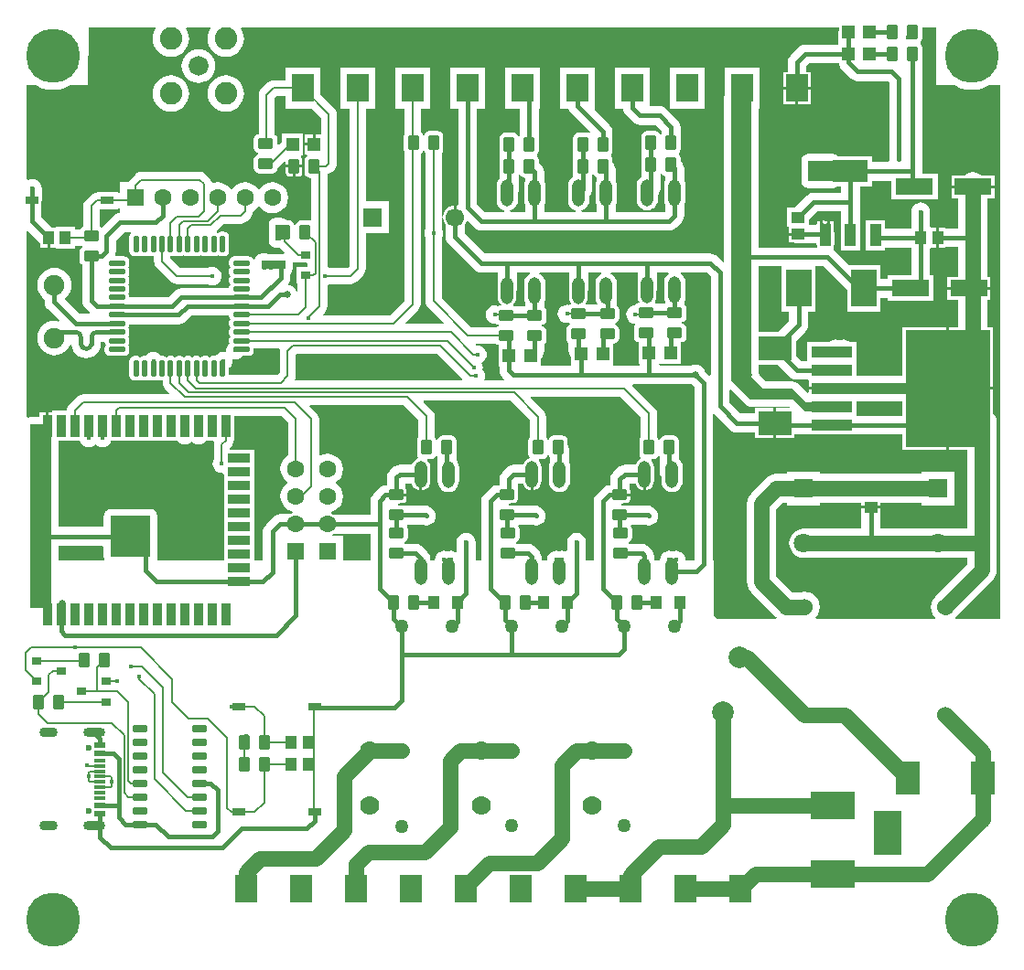
<source format=gtl>
G04*
G04 #@! TF.GenerationSoftware,Altium Limited,Altium Designer,18.0.11 (651)*
G04*
G04 Layer_Physical_Order=1*
G04 Layer_Color=204*
%FSTAX24Y24*%
%MOIN*%
G70*
G01*
G75*
%ADD12C,0.0080*%
%ADD25R,0.0394X0.0787*%
%ADD26R,0.1299X0.0787*%
%ADD27R,0.0512X0.0394*%
%ADD28R,0.1228X0.0886*%
%ADD29R,0.0886X0.1228*%
%ADD30R,0.0925X0.1378*%
G04:AMPARAMS|DCode=31|XSize=51.6mil|YSize=24.4mil|CornerRadius=3.1mil|HoleSize=0mil|Usage=FLASHONLY|Rotation=180.000|XOffset=0mil|YOffset=0mil|HoleType=Round|Shape=RoundedRectangle|*
%AMROUNDEDRECTD31*
21,1,0.0516,0.0183,0,0,180.0*
21,1,0.0455,0.0244,0,0,180.0*
1,1,0.0061,-0.0227,0.0092*
1,1,0.0061,0.0227,0.0092*
1,1,0.0061,0.0227,-0.0092*
1,1,0.0061,-0.0227,-0.0092*
%
%ADD31ROUNDEDRECTD31*%
%ADD32R,0.1492X0.0390*%
G04:AMPARAMS|DCode=33|XSize=39.4mil|YSize=55.9mil|CornerRadius=4.9mil|HoleSize=0mil|Usage=FLASHONLY|Rotation=90.000|XOffset=0mil|YOffset=0mil|HoleType=Round|Shape=RoundedRectangle|*
%AMROUNDEDRECTD33*
21,1,0.0394,0.0461,0,0,90.0*
21,1,0.0295,0.0559,0,0,90.0*
1,1,0.0098,0.0230,0.0148*
1,1,0.0098,0.0230,-0.0148*
1,1,0.0098,-0.0230,-0.0148*
1,1,0.0098,-0.0230,0.0148*
%
%ADD33ROUNDEDRECTD33*%
G04:AMPARAMS|DCode=34|XSize=39.4mil|YSize=55.9mil|CornerRadius=4.9mil|HoleSize=0mil|Usage=FLASHONLY|Rotation=180.000|XOffset=0mil|YOffset=0mil|HoleType=Round|Shape=RoundedRectangle|*
%AMROUNDEDRECTD34*
21,1,0.0394,0.0461,0,0,180.0*
21,1,0.0295,0.0559,0,0,180.0*
1,1,0.0098,-0.0148,0.0230*
1,1,0.0098,0.0148,0.0230*
1,1,0.0098,0.0148,-0.0230*
1,1,0.0098,-0.0148,-0.0230*
%
%ADD34ROUNDEDRECTD34*%
%ADD35R,0.0472X0.0512*%
%ADD36R,0.0354X0.0276*%
%ADD37R,0.0472X0.0315*%
%ADD38R,0.0354X0.0354*%
%ADD39R,0.0354X0.0787*%
%ADD40R,0.0787X0.0354*%
G04:AMPARAMS|DCode=41|XSize=17.7mil|YSize=59.1mil|CornerRadius=4.4mil|HoleSize=0mil|Usage=FLASHONLY|Rotation=270.000|XOffset=0mil|YOffset=0mil|HoleType=Round|Shape=RoundedRectangle|*
%AMROUNDEDRECTD41*
21,1,0.0177,0.0502,0,0,270.0*
21,1,0.0089,0.0591,0,0,270.0*
1,1,0.0089,-0.0251,-0.0044*
1,1,0.0089,-0.0251,0.0044*
1,1,0.0089,0.0251,0.0044*
1,1,0.0089,0.0251,-0.0044*
%
%ADD41ROUNDEDRECTD41*%
G04:AMPARAMS|DCode=42|XSize=17.7mil|YSize=59.1mil|CornerRadius=4.4mil|HoleSize=0mil|Usage=FLASHONLY|Rotation=180.000|XOffset=0mil|YOffset=0mil|HoleType=Round|Shape=RoundedRectangle|*
%AMROUNDEDRECTD42*
21,1,0.0177,0.0502,0,0,180.0*
21,1,0.0089,0.0591,0,0,180.0*
1,1,0.0089,-0.0044,0.0251*
1,1,0.0089,0.0044,0.0251*
1,1,0.0089,0.0044,-0.0251*
1,1,0.0089,-0.0044,-0.0251*
%
%ADD42ROUNDEDRECTD42*%
%ADD43O,0.0472X0.0984*%
%ADD44R,0.0394X0.0512*%
%ADD45R,0.1378X0.0630*%
%ADD46R,0.0449X0.0236*%
%ADD47R,0.0449X0.0118*%
%ADD90C,0.0180*%
%ADD91R,0.3102X0.4268*%
%ADD92C,0.0551*%
%ADD93C,0.0700*%
%ADD94R,0.1000X0.1600*%
%ADD95R,0.1600X0.1000*%
%ADD96C,0.0787*%
%ADD97C,0.0600*%
%ADD98R,0.0669X0.0669*%
%ADD99C,0.0669*%
%ADD100R,0.0787X0.0984*%
%ADD101R,0.0630X0.0630*%
%ADD102C,0.0630*%
%ADD103C,0.0500*%
%ADD104R,0.0630X0.0630*%
%ADD105C,0.0750*%
%ADD106C,0.0820*%
%ADD107C,0.0720*%
%ADD108R,0.0709X0.0709*%
%ADD109C,0.0709*%
%ADD110O,0.0669X0.0354*%
%ADD111O,0.0787X0.0354*%
%ADD112C,0.0236*%
%ADD113C,0.0165*%
%ADD114C,0.0250*%
%ADD115C,0.1969*%
G36*
X043176Y046901D02*
X04317Y04685D01*
Y046393D01*
X041947D01*
X041858Y046381D01*
X041775Y046347D01*
X041704Y046292D01*
X041408Y045996D01*
X041353Y045925D01*
X041319Y045842D01*
X041307Y045753D01*
Y045392D01*
X041156D01*
Y04485D01*
X042144D01*
Y045392D01*
X041993D01*
Y045611D01*
X042089Y045707D01*
X043174D01*
X043181Y045649D01*
X043216Y045566D01*
X04327Y045495D01*
X043608Y045158D01*
X043679Y045103D01*
X043761Y045069D01*
X04385Y045057D01*
X044958D01*
X045007Y045008D01*
Y0422D01*
X045013Y042156D01*
X044969Y042106D01*
X0444D01*
Y042307D01*
X043151D01*
X043136Y04233D01*
X043053Y042386D01*
X042956Y042405D01*
X042069D01*
X041972Y042386D01*
X041889Y04233D01*
X041834Y042248D01*
X041814Y04215D01*
Y04205D01*
X041814Y04205D01*
X041814Y04205D01*
Y041813D01*
X041814Y041813D01*
X041814Y041813D01*
Y041572D01*
X041814Y041572D01*
X041814Y041572D01*
Y0414D01*
X041834Y041302D01*
X041889Y04122D01*
X041972Y041164D01*
X042069Y041145D01*
X042956D01*
X043053Y041164D01*
X043135Y041219D01*
X043257D01*
Y040993D01*
X042249D01*
X042161Y040981D01*
X042078Y040947D01*
X042007Y040892D01*
X041551Y040436D01*
X041283D01*
Y039743D01*
X04134D01*
Y039527D01*
X041696D01*
Y039427D01*
X04134D01*
Y03918D01*
X041524D01*
X041525Y03918D01*
X041607Y039146D01*
X041696Y039134D01*
X042361D01*
X042363Y039117D01*
X042394Y039043D01*
X042373Y038993D01*
X040253D01*
X040253Y044058D01*
X040294D01*
Y045542D01*
X039006D01*
Y044556D01*
X038995Y0445D01*
X038995Y038481D01*
X038949Y038462D01*
X038744Y038667D01*
X038673Y038722D01*
X03859Y038756D01*
X038501Y038768D01*
X030297D01*
X02954Y039524D01*
Y039822D01*
X029577Y03987D01*
X029605Y039939D01*
X029664Y039951D01*
X029908Y039708D01*
X029979Y039653D01*
X030061Y039619D01*
X03015Y039607D01*
X037D01*
X037089Y039619D01*
X037171Y039653D01*
X037242Y039708D01*
X03744Y039905D01*
X037494Y039976D01*
X037528Y040058D01*
X03754Y040147D01*
Y040556D01*
X037574Y040637D01*
X037587Y040737D01*
Y041249D01*
X037574Y04135D01*
X03754Y041431D01*
Y041868D01*
X037528Y041957D01*
X037494Y04204D01*
X03744Y042111D01*
X037416Y042134D01*
Y04223D01*
X037401Y042308D01*
X03736Y042368D01*
X037355Y042387D01*
Y042413D01*
X03736Y042432D01*
X037401Y042492D01*
X037416Y04257D01*
Y04303D01*
X037408Y04307D01*
Y043379D01*
X037397Y043467D01*
X037362Y04355D01*
X037308Y043621D01*
X036887Y044042D01*
X036816Y044097D01*
X036733Y044131D01*
X036644Y044143D01*
X036294D01*
Y045542D01*
X035006D01*
Y044058D01*
X035311D01*
X035319Y043997D01*
X035353Y043915D01*
X035408Y043844D01*
X035694Y043558D01*
X035765Y043503D01*
X035847Y043469D01*
X035936Y043457D01*
X036502D01*
X036722Y043237D01*
Y043106D01*
X036717Y0431D01*
X036683Y043105D01*
X03666Y043115D01*
X03662Y043174D01*
X036555Y043218D01*
X036477Y043233D01*
X036181D01*
X036104Y043218D01*
X036038Y043174D01*
X035994Y043108D01*
X035978Y04303D01*
Y04257D01*
X035986Y04253D01*
Y04227D01*
X035978Y04223D01*
Y04177D01*
X035986Y04173D01*
Y041574D01*
X035922Y041525D01*
X03586Y041444D01*
X035821Y04135D01*
X035808Y041249D01*
Y040737D01*
X035821Y040637D01*
X03586Y040543D01*
X035922Y040462D01*
X036002Y0404D01*
X036096Y040361D01*
X036197Y040348D01*
X036298Y040361D01*
X036392Y0404D01*
X036473Y040462D01*
X036535Y040543D01*
X036574Y040637D01*
X036587Y040737D01*
Y040902D01*
X036626Y040954D01*
X03666Y041036D01*
X036672Y041125D01*
Y041694D01*
X036678Y0417D01*
X036711Y041695D01*
X036734Y041685D01*
X036774Y041626D01*
X03684Y041582D01*
X036854Y041579D01*
Y041431D01*
X036821Y04135D01*
X036808Y041249D01*
Y040737D01*
X036821Y040637D01*
X036854Y040556D01*
Y040293D01*
X03504D01*
Y040534D01*
X035074Y040615D01*
X035087Y040716D01*
Y041228D01*
X035074Y041328D01*
X03504Y041409D01*
Y041836D01*
X035028Y041925D01*
X034994Y042008D01*
X03494Y042079D01*
X034934Y042084D01*
Y04218D01*
X034919Y042258D01*
X034878Y042318D01*
X034873Y042337D01*
Y042363D01*
X034878Y042382D01*
X034919Y042442D01*
X034934Y04252D01*
Y04298D01*
X034926Y04302D01*
Y043217D01*
X034915Y043305D01*
X03488Y043388D01*
X034826Y043459D01*
X034273Y044012D01*
X034292Y044058D01*
X034294D01*
Y045542D01*
X033006D01*
Y044058D01*
X03332D01*
X033353Y043979D01*
X033408Y043908D01*
X034116Y043199D01*
X034084Y04316D01*
X034073Y043168D01*
X033995Y043183D01*
X0337D01*
X033622Y043168D01*
X033556Y043124D01*
X033512Y043058D01*
X033496Y04298D01*
Y04252D01*
X033504Y04248D01*
Y04222D01*
X033496Y04218D01*
Y04172D01*
X033504Y04168D01*
Y041566D01*
X033502Y041565D01*
X033422Y041503D01*
X03336Y041422D01*
X033321Y041328D01*
X033308Y041228D01*
Y040716D01*
X033321Y040615D01*
X03336Y040521D01*
X033422Y04044D01*
X033502Y040378D01*
X033596Y040339D01*
X033585Y040293D01*
X03244D01*
Y040534D01*
X032474Y040615D01*
X032487Y040716D01*
Y041228D01*
X032474Y041328D01*
X03244Y041409D01*
Y041752D01*
X032428Y041841D01*
X032394Y041924D01*
X03234Y041995D01*
X03225Y042084D01*
Y04218D01*
X032235Y042258D01*
X032191Y042324D01*
X032189Y042325D01*
Y042375D01*
X032191Y042376D01*
X032235Y042442D01*
X03225Y04252D01*
Y04298D01*
X032243Y04302D01*
Y044058D01*
X032294D01*
Y045542D01*
X031006D01*
Y044058D01*
X031557D01*
Y043056D01*
X031551Y04305D01*
X031518Y043055D01*
X031494Y043065D01*
X031455Y043124D01*
X031389Y043168D01*
X031311Y043183D01*
X031016D01*
X030938Y043168D01*
X030872Y043124D01*
X030828Y043058D01*
X030813Y04298D01*
Y04252D01*
X03082Y04248D01*
Y04222D01*
X030813Y04218D01*
Y04172D01*
X03082Y04168D01*
Y041501D01*
X03076Y041422D01*
X030721Y041328D01*
X030708Y041228D01*
Y040716D01*
X030721Y040615D01*
X03076Y040521D01*
X030822Y04044D01*
X030902Y040378D01*
X030996Y040339D01*
X030985Y040293D01*
X030292D01*
X029993Y040592D01*
Y044058D01*
X030294D01*
Y045542D01*
X029006D01*
Y044058D01*
X029307D01*
Y040551D01*
X029269Y040518D01*
X029247Y040521D01*
Y040089D01*
X029147D01*
Y040521D01*
X029084Y040513D01*
X028978Y040469D01*
X028887Y040399D01*
X028818Y040309D01*
X028774Y040203D01*
X028761Y040103D01*
X028711Y040106D01*
Y042428D01*
X028753Y042492D01*
X028769Y04257D01*
Y04303D01*
X028753Y043108D01*
X028709Y043174D01*
X028643Y043218D01*
X028566Y043233D01*
X02827D01*
X028193Y043218D01*
X028127Y043174D01*
X028083Y043108D01*
X028075Y043071D01*
X028025D01*
X028017Y043108D01*
X027973Y043174D01*
X027943Y043194D01*
Y044058D01*
X028294D01*
Y045542D01*
X027006D01*
Y044058D01*
X027357D01*
Y043124D01*
X027347Y043108D01*
X027331Y04303D01*
Y04257D01*
X027347Y042492D01*
X027357Y042476D01*
Y037046D01*
X026821Y03651D01*
X024403D01*
X024384Y036556D01*
X024457Y036629D01*
X024503Y036689D01*
X024533Y03676D01*
X024543Y036835D01*
Y037628D01*
X024613Y037657D01*
X0254D01*
X025476Y037667D01*
X025546Y037697D01*
X025607Y037743D01*
X025857Y037993D01*
X025903Y038054D01*
X025933Y038124D01*
X025942Y0382D01*
Y0395D01*
X026782D01*
Y040669D01*
X025942D01*
Y044058D01*
X026294D01*
Y045542D01*
X025006D01*
Y044058D01*
X025357D01*
Y038321D01*
X025279Y038242D01*
X024613D01*
X024543Y038272D01*
Y041663D01*
X024576Y041667D01*
X024646Y041697D01*
X024707Y041743D01*
X024807Y041843D01*
X024853Y041904D01*
X024883Y041974D01*
X024892Y04205D01*
Y04385D01*
X024883Y043926D01*
X024853Y043996D01*
X024807Y044057D01*
X024294Y04457D01*
Y045542D01*
X023006D01*
Y045093D01*
X02258D01*
X022505Y045083D01*
X022434Y045053D01*
X022373Y045007D01*
X02213Y044763D01*
X022084Y044703D01*
X022054Y044632D01*
X022044Y044557D01*
Y043119D01*
X021992Y043109D01*
X021926Y043065D01*
X021882Y042999D01*
X021867Y042921D01*
Y042626D01*
X021882Y042548D01*
X021926Y042482D01*
X021992Y042438D01*
X022029Y042431D01*
Y04238D01*
X021992Y042373D01*
X021926Y042329D01*
X021882Y042263D01*
X021867Y042185D01*
Y04189D01*
X021882Y041812D01*
X021926Y041746D01*
X021992Y041702D01*
X02207Y041687D01*
X02253D01*
X022608Y041702D01*
X022674Y041746D01*
X022718Y041812D01*
X022728Y041865D01*
X022986Y042122D01*
X023032Y042103D01*
Y042D01*
X023332D01*
X023632D01*
Y04218D01*
X02362Y042239D01*
X023587Y042288D01*
X023578Y042294D01*
X023593Y042344D01*
X023667D01*
Y043156D01*
X022894D01*
Y042858D01*
X02278Y042743D01*
X022733Y042762D01*
Y042921D01*
X022718Y042999D01*
X022674Y043065D01*
X022629Y043095D01*
Y044435D01*
X022701Y044507D01*
X023006D01*
Y044058D01*
X023978D01*
X024307Y043729D01*
Y043106D01*
X024118D01*
Y04275D01*
X024068D01*
Y0427D01*
X023732D01*
Y042394D01*
X023792D01*
X023807Y042344D01*
X023777Y042324D01*
X023733Y042258D01*
X023717Y04218D01*
Y04172D01*
X023733Y041642D01*
X023777Y041576D01*
X023843Y041532D01*
X02392Y041517D01*
X023958D01*
Y040004D01*
X023919Y039973D01*
X023884Y039979D01*
X023589D01*
X023511Y039964D01*
X023445Y03992D01*
X023401Y039854D01*
X023394Y039817D01*
X023343D01*
X023335Y039854D01*
X023291Y03992D01*
X023225Y039964D01*
X023148Y039979D01*
X023064D01*
X023046Y040007D01*
X022963Y040062D01*
X022866Y040082D01*
X022666D01*
X022568Y040062D01*
X022486Y040007D01*
X02243Y039924D01*
X022411Y039827D01*
X022411Y03925D01*
X02243Y039152D01*
X022486Y03907D01*
X022568Y039014D01*
X022666Y038995D01*
X022791D01*
X022793Y038993D01*
X022985Y038801D01*
X022966Y038755D01*
X022383D01*
X022337Y038774D01*
X02225Y038786D01*
X022163Y038774D01*
X022086Y038742D01*
X022052Y038735D01*
X02197Y03868D01*
X021915Y038598D01*
X021901Y038532D01*
X02185D01*
X021848Y038545D01*
X021805Y038609D01*
X021741Y038652D01*
X021665Y038667D01*
X021163D01*
X021087Y038652D01*
X021023Y038609D01*
X02098Y038545D01*
X020965Y038469D01*
Y038381D01*
X02098Y038305D01*
X021005Y038267D01*
X02098Y03823D01*
X020965Y038154D01*
Y038066D01*
X02098Y03799D01*
X021005Y037952D01*
X02098Y037915D01*
X020965Y037839D01*
Y037751D01*
X02098Y037675D01*
X021005Y037637D01*
X02098Y0376D01*
X020965Y037524D01*
Y037508D01*
X019215D01*
X019126Y037496D01*
X019043Y037462D01*
X018972Y037407D01*
X018758Y037193D01*
X017335D01*
Y037209D01*
X01732Y037285D01*
X017295Y037322D01*
X01732Y03736D01*
X017335Y037436D01*
Y037524D01*
X01732Y0376D01*
X017295Y037637D01*
X01732Y037675D01*
X017335Y037751D01*
Y037839D01*
X01732Y037915D01*
X017295Y037952D01*
X01732Y03799D01*
X017335Y038066D01*
Y038154D01*
X01732Y03823D01*
X017295Y038267D01*
X01732Y038305D01*
X017335Y038381D01*
Y038469D01*
X01732Y038545D01*
X017277Y038609D01*
X017213Y038652D01*
X017137Y038667D01*
X016846D01*
X016813Y038717D01*
X016831Y038761D01*
X016843Y03885D01*
Y039258D01*
X017142Y039557D01*
X017379D01*
X017394Y039507D01*
X017391Y039505D01*
X017348Y039441D01*
X017333Y039365D01*
Y038863D01*
X017348Y038787D01*
X017391Y038723D01*
X017455Y03868D01*
X017531Y038665D01*
X017619D01*
X017695Y03868D01*
X017733Y038705D01*
X01777Y03868D01*
X017846Y038665D01*
X017934D01*
X01801Y03868D01*
X018048Y038705D01*
X018085Y03868D01*
X018161Y038665D01*
X018228D01*
Y03848D01*
X018238Y038404D01*
X018267Y038334D01*
X018313Y038273D01*
X018843Y037743D01*
X018904Y037697D01*
X018974Y037667D01*
X01905Y037657D01*
X020187D01*
X020263Y037626D01*
X02035Y037614D01*
X020437Y037626D01*
X020518Y037659D01*
X020587Y037713D01*
X020641Y037782D01*
X020674Y037863D01*
X020686Y03795D01*
X020674Y038037D01*
X020641Y038118D01*
X020587Y038187D01*
X020518Y038241D01*
X020437Y038274D01*
X02035Y038286D01*
X020263Y038274D01*
X020187Y038242D01*
X019171D01*
X018813Y038601D01*
Y038665D01*
X018879D01*
X018955Y03868D01*
X018993Y038705D01*
X01903Y03868D01*
X019106Y038665D01*
X019194D01*
X01927Y03868D01*
X019307Y038705D01*
X019345Y03868D01*
X019421Y038665D01*
X019509D01*
X019585Y03868D01*
X019622Y038705D01*
X01966Y03868D01*
X019736Y038665D01*
X019824D01*
X0199Y03868D01*
X019937Y038705D01*
X019975Y03868D01*
X020051Y038665D01*
X020139D01*
X020215Y03868D01*
X020252Y038705D01*
X02029Y03868D01*
X020366Y038665D01*
X020454D01*
X02053Y03868D01*
X020567Y038705D01*
X020605Y03868D01*
X020681Y038665D01*
X020769D01*
X020845Y03868D01*
X020909Y038723D01*
X020952Y038787D01*
X020967Y038863D01*
Y039365D01*
X020952Y039441D01*
X020909Y039505D01*
X020845Y039548D01*
X020769Y039563D01*
X020681D01*
X020605Y039548D01*
X020567Y039523D01*
X02053Y039548D01*
X020522Y039549D01*
X020515Y039602D01*
X020771Y039857D01*
X0214D01*
X021476Y039867D01*
X021546Y039897D01*
X021607Y039943D01*
X021757Y040093D01*
X021803Y040154D01*
X021833Y040224D01*
X021843Y0403D01*
Y040312D01*
X021953Y040397D01*
X022018Y040483D01*
X022082D01*
X022147Y040397D01*
X022265Y040307D01*
X022403Y04025D01*
X02255Y04023D01*
X022697Y04025D01*
X022835Y040307D01*
X022953Y040397D01*
X023043Y040515D01*
X0231Y040653D01*
X02312Y0408D01*
X0231Y040947D01*
X023043Y041085D01*
X022953Y041203D01*
X022835Y041293D01*
X022697Y04135D01*
X02255Y04137D01*
X022403Y04135D01*
X022265Y041293D01*
X022147Y041203D01*
X022082Y041118D01*
X022018D01*
X021953Y041203D01*
X021835Y041293D01*
X021697Y04135D01*
X02155Y04137D01*
X021403Y04135D01*
X021265Y041293D01*
X021147Y041203D01*
X021082Y041118D01*
X021018D01*
X020953Y041203D01*
X020835Y041293D01*
X020697Y04135D01*
X02055Y04137D01*
X020403Y04135D01*
X020377Y04134D01*
X020334Y041365D01*
X020333Y041376D01*
X020303Y041446D01*
X020257Y041507D01*
X020107Y041657D01*
X020046Y041703D01*
X019976Y041733D01*
X0199Y041743D01*
X01775D01*
X017674Y041733D01*
X017604Y041703D01*
X017543Y041657D01*
X017343Y041457D01*
X017297Y041396D01*
X017284Y041365D01*
X016985D01*
Y040992D01*
X016914D01*
Y041007D01*
X016142D01*
Y040991D01*
X016074Y040983D01*
X016004Y040953D01*
X015943Y040907D01*
X015743Y040707D01*
X015697Y040646D01*
X015667Y040576D01*
X015658Y0405D01*
Y039756D01*
X015642Y039753D01*
X015576Y039709D01*
X015532Y039643D01*
X015532Y039643D01*
X015347D01*
Y039756D01*
X014653D01*
Y039699D01*
X014517D01*
X014115Y0401D01*
Y0406D01*
X014131Y040639D01*
X014143Y040728D01*
Y04115D01*
X014131Y041239D01*
X014097Y041321D01*
X014042Y041392D01*
X013971Y041447D01*
X013889Y041481D01*
X0138Y041493D01*
X013711Y041481D01*
X013653Y041457D01*
X013603Y041487D01*
Y0449D01*
X013933D01*
X013988Y044866D01*
X014167Y044792D01*
X014356Y044746D01*
X01455Y044731D01*
X014744Y044746D01*
X014933Y044792D01*
X015112Y044866D01*
X015167Y0449D01*
X015832D01*
X015864Y047026D01*
X018287D01*
X018309Y046981D01*
X018299Y046968D01*
X018237Y046854D01*
X0182Y046729D01*
X018187Y0466D01*
X0182Y046471D01*
X018237Y046346D01*
X018299Y046232D01*
X018381Y046131D01*
X018482Y046049D01*
X018596Y045987D01*
X018721Y04595D01*
X01885Y045937D01*
X018979Y04595D01*
X019104Y045987D01*
X019218Y046049D01*
X019319Y046131D01*
X019401Y046232D01*
X019463Y046346D01*
X0195Y046471D01*
X019513Y0466D01*
X0195Y046729D01*
X019463Y046854D01*
X019401Y046968D01*
X019391Y046981D01*
X019413Y047026D01*
X020287D01*
X020309Y046981D01*
X020299Y046968D01*
X020237Y046854D01*
X0202Y046729D01*
X020187Y0466D01*
X0202Y046471D01*
X020237Y046346D01*
X020299Y046232D01*
X020381Y046131D01*
X020482Y046049D01*
X020596Y045987D01*
X020721Y04595D01*
X02085Y045937D01*
X020979Y04595D01*
X021104Y045987D01*
X021218Y046049D01*
X021319Y046131D01*
X021401Y046232D01*
X021463Y046346D01*
X0215Y046471D01*
X021513Y0466D01*
X0215Y046729D01*
X021463Y046854D01*
X021401Y046968D01*
X021391Y046981D01*
X021413Y047026D01*
X043176D01*
Y046901D01*
D02*
G37*
G36*
X042956Y0414D02*
X042069D01*
Y04215D01*
X042956D01*
Y0414D01*
D02*
G37*
G36*
X046718Y0449D02*
X047397D01*
X047452Y044866D01*
X047632Y044792D01*
X047821Y044746D01*
X048015Y044731D01*
X048208Y044746D01*
X048397Y044792D01*
X048577Y044866D01*
X048632Y0449D01*
X049047D01*
X049047Y02545D01*
X047422D01*
X047406Y025497D01*
X047425Y025512D01*
X048775Y026862D01*
X048859Y026972D01*
X048912Y0271D01*
X04893Y027237D01*
Y02825D01*
Y0326D01*
X048912Y032737D01*
X048859Y032865D01*
X048801Y032941D01*
Y0338D01*
X0472D01*
Y031616D01*
X04787D01*
Y02873D01*
X044689D01*
Y02923D01*
X044702D01*
Y029477D01*
X04399D01*
Y02923D01*
X044003D01*
Y02873D01*
X0419D01*
X041763Y028712D01*
X041635Y028659D01*
X041525Y028575D01*
X041441Y028465D01*
X041388Y028337D01*
X04137Y0282D01*
X041388Y028063D01*
X041441Y027935D01*
X041525Y027825D01*
X041635Y027741D01*
X041763Y027688D01*
X0419Y02767D01*
X04787D01*
Y027457D01*
X046675Y026262D01*
X046591Y026152D01*
X046538Y026024D01*
X04652Y025887D01*
X046538Y02575D01*
X046591Y025622D01*
X046675Y025512D01*
X046694Y025497D01*
X046678Y02545D01*
X042339D01*
X042339Y025452D01*
X042328Y0255D01*
X042412Y02561D01*
X042468Y025743D01*
X042487Y025887D01*
X042468Y026031D01*
X042412Y026164D01*
X042324Y026279D01*
X042209Y026367D01*
X042075Y026423D01*
X041932Y026442D01*
X041788Y026423D01*
X041775Y026417D01*
X041483D01*
X04088Y02702D01*
Y02943D01*
X04112Y02967D01*
X041296D01*
Y029596D01*
X042504D01*
Y02967D01*
X04399D01*
Y029577D01*
X044702D01*
Y02967D01*
X046196D01*
Y029596D01*
X047404D01*
Y030804D01*
X046196D01*
Y03073D01*
X042504D01*
Y030804D01*
X041296D01*
Y03073D01*
X0409D01*
X040763Y030712D01*
X040635Y030659D01*
X040525Y030575D01*
X039975Y030025D01*
X039891Y029915D01*
X039838Y029787D01*
X03982Y02965D01*
Y0268D01*
X039838Y026663D01*
X039891Y026535D01*
X039975Y026425D01*
X040888Y025512D01*
X040907Y025497D01*
X040891Y02545D01*
X038734D01*
X038618Y025566D01*
Y027568D01*
X038593D01*
Y032901D01*
X038643Y032922D01*
X039218Y032347D01*
X039289Y032293D01*
X039371Y032259D01*
X03946Y032247D01*
X040136D01*
Y032047D01*
X0408D01*
Y03259D01*
Y033133D01*
X040136D01*
Y032933D01*
X039602D01*
X039193Y033342D01*
Y033781D01*
X039239Y0338D01*
X03977Y03327D01*
X039852Y033214D01*
X03995Y033195D01*
X041363D01*
X041372Y033183D01*
X041346Y033133D01*
X0409D01*
Y03259D01*
Y032047D01*
X041564D01*
Y032168D01*
X045499D01*
Y031616D01*
X0471D01*
Y03385D01*
Y036084D01*
X045499D01*
Y034301D01*
X043814D01*
Y034844D01*
Y035533D01*
X04359D01*
X043587Y035537D01*
X043518Y035591D01*
X043437Y035624D01*
X04335Y035636D01*
X043263Y035624D01*
X0432Y035598D01*
X043137Y035624D01*
X04305Y035636D01*
X042963Y035624D01*
X042882Y035591D01*
X042813Y035537D01*
X04281Y035533D01*
X042022D01*
Y034864D01*
Y034862D01*
X041783D01*
X041614Y035031D01*
Y035589D01*
X041952Y035927D01*
X042006Y035998D01*
X04204Y036081D01*
X042052Y036169D01*
Y036661D01*
X042322D01*
Y038307D01*
X042608D01*
X043478Y037437D01*
Y036661D01*
X044704D01*
Y037157D01*
X044948D01*
Y037035D01*
X046626D01*
Y037965D01*
X046503D01*
Y038933D01*
X046507D01*
Y03899D01*
X046723D01*
Y039346D01*
Y039702D01*
X046507D01*
Y039745D01*
X046503D01*
Y040289D01*
X046492Y040378D01*
X046458Y040461D01*
X046403Y040532D01*
X046332Y040586D01*
X046249Y040621D01*
X046161Y040632D01*
X046072Y040621D01*
X045989Y040586D01*
X045918Y040532D01*
X045864Y040461D01*
X045829Y040378D01*
X045818Y040289D01*
Y039745D01*
X045814D01*
Y039682D01*
X044852D01*
Y039984D01*
X044159D01*
Y038896D01*
X044852D01*
Y038996D01*
X045814D01*
Y038933D01*
X045818D01*
Y037965D01*
X044948D01*
Y037843D01*
X044704D01*
Y038339D01*
X043546D01*
X042992Y038892D01*
X042977Y038904D01*
X042991Y038946D01*
X042991D01*
Y039034D01*
X042991Y039034D01*
X043026Y039117D01*
X043037Y039206D01*
Y03944D01*
X043026Y039529D01*
X042991Y039612D01*
X042991Y039612D01*
Y039934D01*
X042928D01*
X042871Y039972D01*
X04285Y039976D01*
Y0398D01*
X04275D01*
Y039976D01*
X042729Y039972D01*
X042675Y039936D01*
X042621Y039972D01*
X0426Y039976D01*
Y0398D01*
X0425D01*
Y039976D01*
X042479Y039972D01*
X042422Y039934D01*
X042398D01*
Y039901D01*
X042378Y039871D01*
X042368Y03982D01*
X042095D01*
Y04001D01*
X042391Y040307D01*
X043257D01*
Y039984D01*
X043253D01*
Y038896D01*
X043947D01*
Y039984D01*
X043943D01*
Y04065D01*
Y041219D01*
X0444D01*
Y04142D01*
X045098D01*
Y040735D01*
X046776D01*
Y041665D01*
X046211D01*
Y04578D01*
X046219Y04582D01*
Y04628D01*
X046203Y046358D01*
X046159Y046424D01*
X046158Y046425D01*
Y046475D01*
X046159Y046476D01*
X046203Y046542D01*
X046219Y04662D01*
Y047026D01*
X046718D01*
Y0449D01*
D02*
G37*
G36*
X034229Y041645D02*
X034253Y041635D01*
X034292Y041576D01*
X034354Y041535D01*
Y041409D01*
X034321Y041328D01*
X034308Y041228D01*
Y040716D01*
X034321Y040615D01*
X034354Y040534D01*
Y040293D01*
X03381D01*
X033798Y040339D01*
X033892Y040378D01*
X033973Y04044D01*
X034035Y040521D01*
X034074Y040615D01*
X034087Y040716D01*
Y040876D01*
X03409Y040879D01*
X034144Y04095D01*
X034178Y041033D01*
X03419Y041122D01*
Y041644D01*
X034196Y04165D01*
X034229Y041645D01*
D02*
G37*
G36*
X031545D02*
X031569Y041635D01*
X031608Y041576D01*
X031674Y041532D01*
X031752Y041517D01*
X031754D01*
Y041409D01*
X031721Y041328D01*
X031708Y041228D01*
Y040716D01*
X031721Y040615D01*
X031754Y040534D01*
Y040293D01*
X03121D01*
X031198Y040339D01*
X031292Y040378D01*
X031373Y04044D01*
X031435Y040521D01*
X031474Y040615D01*
X031487Y040716D01*
Y04093D01*
X031495Y040949D01*
X031506Y041038D01*
Y041644D01*
X031512Y04165D01*
X031545Y041645D01*
D02*
G37*
G36*
X016985Y040241D02*
X016911Y040231D01*
X016829Y040197D01*
X016758Y040142D01*
X016324Y039709D01*
X016324Y039709D01*
X016258Y039753D01*
X016243Y039756D01*
Y040379D01*
X016256Y040393D01*
X016914D01*
Y040408D01*
X016985D01*
Y040241D01*
D02*
G37*
G36*
X022866Y03925D02*
X022666D01*
X022666Y039827D01*
X022866D01*
Y03925D01*
D02*
G37*
G36*
X023035Y0382D02*
X02215D01*
Y0385D01*
X023035D01*
Y0382D01*
D02*
G37*
G36*
X0234Y038441D02*
X023426Y038438D01*
Y038436D01*
X02344D01*
X023476Y038432D01*
X023753D01*
X023767Y038433D01*
X023818Y0384D01*
Y038268D01*
X023753D01*
X023717Y038264D01*
X023426D01*
Y037688D01*
X023467D01*
Y037402D01*
X023417Y037392D01*
X023397Y03744D01*
X023342Y037511D01*
X023271Y037565D01*
X023189Y037599D01*
X023131Y037607D01*
X023126Y037612D01*
X02311Y03766D01*
X023151Y037713D01*
X023185Y037796D01*
X023196Y037885D01*
Y038007D01*
X023215Y03802D01*
X02327Y038102D01*
X02329Y0382D01*
Y038438D01*
X023307Y038453D01*
X02334Y038466D01*
X0234Y038441D01*
D02*
G37*
G36*
X036988Y038032D02*
X036922Y037981D01*
X03686Y037901D01*
X036821Y037807D01*
X036808Y037706D01*
Y037194D01*
X036821Y037093D01*
X036854Y037013D01*
Y036961D01*
X036499D01*
X036477Y037006D01*
X036491Y037025D01*
X036525Y037106D01*
X036536Y037194D01*
Y037421D01*
X03654Y03745D01*
Y038082D01*
X036971D01*
X036988Y038032D01*
D02*
G37*
G36*
X034527D02*
X034502Y038022D01*
X034422Y03796D01*
X03436Y037879D01*
X034321Y037785D01*
X034308Y037684D01*
Y037172D01*
X034321Y037072D01*
X03436Y036978D01*
X034373Y036961D01*
X034348Y036911D01*
X033983D01*
X033959Y036961D01*
X033991Y037003D01*
X034025Y037085D01*
X034036Y037172D01*
Y037399D01*
X03404Y037428D01*
Y038082D01*
X034517D01*
X034527Y038032D01*
D02*
G37*
G36*
X033354Y037428D02*
X033358Y037399D01*
Y037172D01*
X03337Y037085D01*
X033404Y037003D01*
X033431Y036968D01*
X03341Y036913D01*
X033364Y036903D01*
X033349Y036893D01*
X033272Y036904D01*
X033185Y036892D01*
X033104Y036859D01*
X033034Y036805D01*
X032981Y036736D01*
X032948Y036655D01*
X032936Y036568D01*
X032948Y036481D01*
X032981Y0364D01*
X033034Y036331D01*
X033104Y036278D01*
X033185Y036244D01*
X033272Y036233D01*
X033349Y036243D01*
X033364Y036233D01*
X0334Y036225D01*
Y036175D01*
X033364Y036167D01*
X033298Y036123D01*
X033254Y036057D01*
X033238Y03598D01*
Y035684D01*
X033254Y035607D01*
X033298Y035541D01*
X033329Y03552D01*
Y035224D01*
X03334Y035136D01*
X033375Y035053D01*
X03341Y035007D01*
Y034694D01*
X03336Y034693D01*
X032333D01*
Y034951D01*
X03234Y034958D01*
X032394Y035029D01*
X032428Y035111D01*
X03244Y0352D01*
Y03547D01*
X032471Y035491D01*
X032515Y035557D01*
X032531Y035634D01*
Y03593D01*
X032515Y036007D01*
X032471Y036073D01*
X032405Y036117D01*
X032368Y036125D01*
Y036175D01*
X032405Y036183D01*
X032471Y036227D01*
X032515Y036293D01*
X032531Y03637D01*
Y036666D01*
X032515Y036743D01*
X032471Y036809D01*
X03244Y03683D01*
Y036991D01*
X032474Y037072D01*
X032487Y037172D01*
Y037684D01*
X032474Y037785D01*
X032435Y037879D01*
X032373Y03796D01*
X032292Y038022D01*
X032267Y038032D01*
X032277Y038082D01*
X033354D01*
Y037428D01*
D02*
G37*
G36*
X031927Y038032D02*
X031902Y038022D01*
X031822Y03796D01*
X03176Y037879D01*
X031721Y037785D01*
X031708Y037684D01*
Y037172D01*
X031721Y037072D01*
X031754Y036991D01*
Y036861D01*
X031326D01*
X031312Y036889D01*
X031311Y036913D01*
X031337Y036933D01*
X031391Y037003D01*
X031425Y037085D01*
X031436Y037172D01*
Y037399D01*
X03144Y037428D01*
Y038082D01*
X031917D01*
X031927Y038032D01*
D02*
G37*
G36*
X028774Y039976D02*
X028818Y03987D01*
X028854Y039822D01*
Y039382D01*
X028866Y039293D01*
X0289Y039211D01*
X028955Y03914D01*
X029912Y038182D01*
X029983Y038128D01*
X030066Y038094D01*
X030155Y038082D01*
X030754D01*
Y037428D01*
X030758Y037399D01*
Y037172D01*
X03077Y037085D01*
X030804Y037003D01*
X030857Y036933D01*
X030875Y036919D01*
X030858Y036869D01*
X030814D01*
X03077Y03686D01*
X030737Y036874D01*
X03065Y036886D01*
X030563Y036874D01*
X030482Y036841D01*
X030413Y036787D01*
X030359Y036718D01*
X030326Y036637D01*
X030314Y03655D01*
X030326Y036463D01*
X030359Y036382D01*
X030413Y036313D01*
X030482Y036259D01*
X030563Y036226D01*
X03065Y036214D01*
X030682Y036219D01*
X030736Y036183D01*
X030773Y036175D01*
Y036125D01*
X030736Y036117D01*
X030672Y036074D01*
X029789D01*
X028711Y037153D01*
Y039337D01*
X028742Y039413D01*
X028754Y0395D01*
X028742Y039587D01*
X028711Y039663D01*
Y040073D01*
X028761Y040076D01*
X028774Y039976D01*
D02*
G37*
G36*
X014091Y039155D02*
Y038987D01*
X014338D01*
Y039343D01*
X014438D01*
Y038987D01*
X014653D01*
Y038944D01*
X015347D01*
Y039058D01*
X015612D01*
X015627Y039007D01*
X015576Y038973D01*
X015532Y038907D01*
X015517Y03883D01*
Y038534D01*
X015532Y038457D01*
X015576Y038391D01*
X015607Y03837D01*
Y03705D01*
X015619Y036961D01*
X015653Y036879D01*
X015708Y036808D01*
X015902Y036613D01*
X015896Y036573D01*
X015892Y036563D01*
X015522D01*
X014999Y037086D01*
X015002Y037136D01*
X015044Y03717D01*
X015122Y037266D01*
X01518Y037374D01*
X015216Y037492D01*
X015228Y037615D01*
X015216Y037737D01*
X01518Y037855D01*
X015122Y037963D01*
X015044Y038059D01*
X014949Y038137D01*
X01484Y038195D01*
X014723Y038231D01*
X0146Y038243D01*
X014477Y038231D01*
X01436Y038195D01*
X014251Y038137D01*
X014156Y038059D01*
X014078Y037963D01*
X01402Y037855D01*
X013984Y037737D01*
X013972Y037615D01*
X013984Y037492D01*
X01402Y037374D01*
X014078Y037266D01*
X014156Y03717D01*
X014251Y037092D01*
X014257Y037089D01*
Y037D01*
X014269Y036911D01*
X014303Y036829D01*
X014358Y036758D01*
X014778Y036337D01*
X014752Y036293D01*
X014723Y036301D01*
X0146Y036313D01*
X014477Y036301D01*
X01436Y036266D01*
X014251Y036208D01*
X014156Y03613D01*
X014078Y036034D01*
X01402Y035926D01*
X013984Y035808D01*
X013972Y035685D01*
X013984Y035563D01*
X01402Y035445D01*
X014078Y035337D01*
X014156Y035241D01*
X014251Y035163D01*
X01436Y035105D01*
X014477Y035069D01*
X0146Y035057D01*
X014723Y035069D01*
X01484Y035105D01*
X014949Y035163D01*
X015044Y035241D01*
X015122Y035337D01*
X01518Y035445D01*
X015231Y035441D01*
X015244Y035345D01*
X015297Y035217D01*
X015382Y035106D01*
X015493Y035021D01*
X015622Y034967D01*
X01576Y034949D01*
X015898Y034967D01*
X016027Y035021D01*
X016138Y035106D01*
X016223Y035217D01*
X016276Y035345D01*
X016295Y035484D01*
X016293D01*
Y035562D01*
X016437D01*
Y035546D01*
X016452Y03547D01*
X016477Y035433D01*
X016452Y035395D01*
X016437Y035319D01*
Y035231D01*
X016452Y035155D01*
X016495Y035091D01*
X016559Y035048D01*
X016635Y035033D01*
X017137D01*
X017213Y035048D01*
X017277Y035091D01*
X01732Y035155D01*
X017335Y035231D01*
Y035319D01*
X01732Y035395D01*
X017295Y035433D01*
X01732Y03547D01*
X017335Y035546D01*
Y035634D01*
X01732Y03571D01*
X017295Y035748D01*
X01732Y035785D01*
X017335Y035861D01*
Y035949D01*
X01732Y036025D01*
X017295Y036063D01*
X01732Y0361D01*
X017335Y036176D01*
Y036192D01*
X019135D01*
X019224Y036204D01*
X019307Y036238D01*
X019378Y036293D01*
X019592Y036507D01*
X020965D01*
Y036491D01*
X02098Y036415D01*
X021005Y036378D01*
X02098Y03634D01*
X020965Y036264D01*
Y036176D01*
X02098Y0361D01*
X021005Y036063D01*
X02098Y036025D01*
X020965Y035949D01*
Y035861D01*
X02098Y035785D01*
X021005Y035748D01*
X02098Y03571D01*
X020965Y035634D01*
Y035546D01*
X020975Y035496D01*
X020963Y035487D01*
X020909Y035418D01*
X020876Y035337D01*
X020864Y03525D01*
X020869Y035215D01*
X020856Y035199D01*
X020824Y035176D01*
X02075Y035186D01*
X020663Y035174D01*
X020582Y035141D01*
X020513Y035087D01*
X02047Y035032D01*
X020454Y035035D01*
X020366D01*
X02029Y03502D01*
X020252Y034995D01*
X020215Y03502D01*
X020139Y035035D01*
X020051D01*
X019975Y03502D01*
X019937Y034995D01*
X0199Y03502D01*
X019824Y035035D01*
X019736D01*
X01966Y03502D01*
X019622Y034995D01*
X019585Y03502D01*
X019509Y035035D01*
X019421D01*
X019345Y03502D01*
X019307Y034995D01*
X01927Y03502D01*
X019194Y035035D01*
X019106D01*
X01903Y03502D01*
X018993Y034995D01*
X018955Y03502D01*
X018879Y035035D01*
X018791D01*
X018715Y03502D01*
X018678Y034995D01*
X01864Y03502D01*
X018564Y035035D01*
X018482D01*
X018442Y035087D01*
X018373Y035141D01*
X018292Y035174D01*
X018205Y035186D01*
X018118Y035174D01*
X018037Y035141D01*
X017968Y035087D01*
X017928Y035035D01*
X017846D01*
X01777Y03502D01*
X017733Y034995D01*
X017695Y03502D01*
X017619Y035035D01*
X017531D01*
X017455Y03502D01*
X017391Y034977D01*
X017348Y034913D01*
X017333Y034837D01*
Y034335D01*
X017348Y034259D01*
X017391Y034195D01*
X017455Y034152D01*
X017531Y034137D01*
X017619D01*
X017695Y034152D01*
X017733Y034177D01*
X01777Y034152D01*
X017846Y034137D01*
X017934D01*
X01801Y034152D01*
X018048Y034177D01*
X018085Y034152D01*
X018161Y034137D01*
X018249D01*
X018325Y034152D01*
X018363Y034177D01*
X0184Y034152D01*
X018476Y034137D01*
X018543D01*
Y034062D01*
X018553Y033986D01*
X018582Y033916D01*
X018628Y033855D01*
X018804Y033679D01*
X018785Y033633D01*
X01564D01*
X015564Y033623D01*
X015494Y033593D01*
X015433Y033547D01*
X015132Y033246D01*
X015086Y033185D01*
X015056Y033115D01*
X015046Y033039D01*
Y033039D01*
X014512D01*
Y032989D01*
X014389D01*
Y03255D01*
X0145D01*
Y02585D01*
X013735D01*
Y03255D01*
X014289D01*
Y032989D01*
X014062D01*
Y032805D01*
X013735D01*
X013653Y032789D01*
X013603Y032819D01*
Y039577D01*
X01365Y039596D01*
X014091Y039155D01*
D02*
G37*
G36*
X028083Y042492D02*
X028126Y042428D01*
Y039663D01*
X028094Y039587D01*
X028083Y0395D01*
X028094Y039413D01*
X028126Y039337D01*
Y037032D01*
X028136Y036956D01*
X028165Y036886D01*
X028211Y036825D01*
X028793Y036244D01*
X028773Y036198D01*
X027401D01*
X027382Y036244D01*
X027857Y036718D01*
X027903Y036779D01*
X027933Y036849D01*
X027943Y036925D01*
Y042406D01*
X027973Y042426D01*
X028017Y042492D01*
X028025Y042529D01*
X028075D01*
X028083Y042492D01*
D02*
G37*
G36*
X041096Y036661D02*
X041366D01*
Y036311D01*
X040958Y035903D01*
X040253D01*
Y038307D01*
X041096D01*
Y036661D01*
D02*
G37*
G36*
X022814Y035248D02*
X022808Y0352D01*
Y034421D01*
X022729Y034343D01*
X020967D01*
Y034597D01*
X020987Y034613D01*
X021041Y034682D01*
X021074Y034763D01*
X021086Y03485D01*
X021081Y034885D01*
X021094Y034901D01*
X021126Y034924D01*
X0212Y034914D01*
X021287Y034926D01*
X021368Y034959D01*
X021437Y035013D01*
X021453Y035033D01*
X021665D01*
X021741Y035048D01*
X021805Y035091D01*
X021848Y035155D01*
X021863Y035231D01*
Y035298D01*
X022777D01*
X022814Y035248D01*
D02*
G37*
G36*
X035854Y03745D02*
X035858Y037421D01*
Y037194D01*
X03587Y037106D01*
X035904Y037025D01*
X035909Y037017D01*
X035887Y036964D01*
X035836Y036953D01*
X03577Y036909D01*
X035753Y036884D01*
X035679Y036874D01*
X035598Y036841D01*
X035529Y036787D01*
X035476Y036718D01*
X035442Y036637D01*
X035431Y03655D01*
X035442Y036463D01*
X035476Y036382D01*
X035529Y036313D01*
X035598Y036259D01*
X035679Y036226D01*
X035746Y036217D01*
X035757Y036197D01*
X035766Y036167D01*
X035726Y036107D01*
X035711Y03603D01*
Y035734D01*
X035726Y035657D01*
X03577Y035591D01*
X035836Y035547D01*
X035874Y035539D01*
Y034744D01*
X035917D01*
Y034693D01*
X035019D01*
X03497Y034694D01*
X03497Y034743D01*
Y035481D01*
X034978D01*
X035055Y035497D01*
X035121Y035541D01*
X035165Y035607D01*
X035181Y035684D01*
Y03598D01*
X035165Y036057D01*
X035121Y036123D01*
X035055Y036167D01*
X035018Y036175D01*
Y036225D01*
X035055Y036233D01*
X035121Y036277D01*
X035165Y036343D01*
X035181Y03642D01*
Y036716D01*
X035165Y036793D01*
X035121Y036859D01*
X03509Y03688D01*
Y037378D01*
X035087Y037404D01*
Y037684D01*
X035074Y037785D01*
X035035Y037879D01*
X034973Y03796D01*
X034892Y038022D01*
X034867Y038032D01*
X034877Y038082D01*
X035854D01*
Y03745D01*
D02*
G37*
G36*
X038507Y037934D02*
Y034345D01*
X038457Y034324D01*
X038296Y034485D01*
X038274Y034539D01*
X038214Y034617D01*
X038135Y034678D01*
X038044Y034715D01*
X037946Y034728D01*
X037848Y034715D01*
X037794Y034693D01*
X036658D01*
X036637Y034743D01*
X036638Y034744D01*
X036696Y034744D01*
X037433D01*
Y035532D01*
X037505Y035547D01*
X037571Y035591D01*
X037615Y035657D01*
X037631Y035734D01*
Y03603D01*
X037615Y036107D01*
X037571Y036173D01*
X037505Y036217D01*
X037468Y036225D01*
Y036275D01*
X037505Y036283D01*
X037571Y036327D01*
X037615Y036393D01*
X037631Y03647D01*
Y036766D01*
X037615Y036843D01*
X037571Y036909D01*
X03754Y03693D01*
Y037013D01*
X037574Y037093D01*
X037587Y037194D01*
Y037706D01*
X037574Y037807D01*
X037535Y037901D01*
X037473Y037981D01*
X037407Y038032D01*
X037424Y038082D01*
X038359D01*
X038507Y037934D01*
D02*
G37*
G36*
X030736Y035447D02*
X030774Y035439D01*
Y034644D01*
X030817D01*
Y034503D01*
X030829Y034414D01*
X030863Y034331D01*
X030917Y03426D01*
X030989Y034189D01*
X03097Y034142D01*
X03029D01*
X030262Y034184D01*
X030274Y034213D01*
X030286Y0343D01*
X030274Y034387D01*
X030241Y034468D01*
X030196Y034526D01*
X030199Y034534D01*
X030211Y034621D01*
X030199Y034708D01*
X030166Y034788D01*
X030178Y034797D01*
X030182Y034799D01*
X030251Y034852D01*
X030304Y034922D01*
X030338Y035003D01*
X030349Y035089D01*
X030338Y035176D01*
X030304Y035257D01*
X030251Y035327D01*
X030182Y03538D01*
X030101Y035413D01*
X030014Y035425D01*
X029961Y035418D01*
X029942Y035439D01*
X029965Y035489D01*
X030672D01*
X030736Y035447D01*
D02*
G37*
G36*
X029468Y034189D02*
X029449Y034142D01*
X023403D01*
X023369Y034193D01*
X023383Y034224D01*
X023393Y0343D01*
Y035079D01*
X023425Y035112D01*
X028545D01*
X029468Y034189D01*
D02*
G37*
G36*
X041398Y034277D02*
X041469Y034222D01*
X041552Y034188D01*
X041641Y034176D01*
X042022D01*
Y034174D01*
X042034D01*
X042072Y034145D01*
Y0339D01*
X042918D01*
Y0338D01*
X042072D01*
Y033704D01*
X042025Y033685D01*
X04168Y03403D01*
X041598Y034086D01*
X0415Y034105D01*
X040534Y034105D01*
X040277Y034362D01*
X040265Y034448D01*
X040253Y034478D01*
Y034717D01*
X040958D01*
X041398Y034277D01*
D02*
G37*
G36*
X045995Y03365D02*
X04365D01*
Y034046D01*
X045976D01*
X045995Y034065D01*
Y03365D01*
D02*
G37*
G36*
X039998Y0445D02*
X039998Y03428D01*
X040428Y03385D01*
X0415Y03385D01*
X042Y03335D01*
X0422Y03335D01*
X0422Y033D01*
X04195D01*
X0415Y03345D01*
X03995D01*
X03925Y03415D01*
X03925Y0445D01*
X039998Y0445D01*
D02*
G37*
G36*
X045499Y032854D02*
X043814D01*
Y033395D01*
X045499D01*
Y032854D01*
D02*
G37*
G36*
X020428Y031901D02*
X020417Y031876D01*
X020408Y0318D01*
Y031263D01*
X020376Y031187D01*
X020364Y0311D01*
X020376Y031013D01*
X020409Y030932D01*
X020463Y030863D01*
X020532Y030809D01*
X020613Y030776D01*
X0207Y030764D01*
X020737Y030769D01*
X020787Y030726D01*
Y030475D01*
Y029975D01*
Y029475D01*
Y028975D01*
Y028475D01*
Y027975D01*
Y027568D01*
X018369D01*
X018369Y027568D01*
X01834Y027618D01*
X018346Y027652D01*
X018356Y027701D01*
Y0292D01*
X018337Y029298D01*
X018281Y02938D01*
X018199Y029436D01*
X018101Y029455D01*
X016652D01*
X016603Y029445D01*
X016554Y029436D01*
X016554Y029436D01*
X016554Y029436D01*
X016513Y029408D01*
X016472Y02938D01*
X016471Y02938D01*
X016471Y02938D01*
X016444Y029339D01*
X016416Y029298D01*
X016416Y029298D01*
X016416Y029298D01*
X016406Y029249D01*
X016397Y0292D01*
X016396Y028802D01*
X014755D01*
Y031951D01*
X015531D01*
X015559Y031882D01*
X015613Y031813D01*
X015682Y031759D01*
X015763Y031726D01*
X01585Y031714D01*
X015937Y031726D01*
X016018Y031759D01*
X016087Y031813D01*
X016113D01*
X016182Y031759D01*
X016263Y031726D01*
X01635Y031714D01*
X016437Y031726D01*
X016518Y031759D01*
X016587Y031813D01*
X016641Y031882D01*
X016669Y031951D01*
X019083D01*
X019113Y031913D01*
X019182Y031859D01*
X019263Y031826D01*
X01935Y031814D01*
X019437Y031826D01*
X019518Y031859D01*
X019587Y031913D01*
X019613D01*
X019682Y031859D01*
X019763Y031826D01*
X01985Y031814D01*
X019937Y031826D01*
X020018Y031859D01*
X020087Y031913D01*
X020117Y031951D01*
X020395D01*
X020428Y031901D01*
D02*
G37*
G36*
X037811Y034D02*
X037907Y033904D01*
Y027592D01*
X037883Y027568D01*
X037614D01*
X037586Y0276D01*
X037574Y027687D01*
X037541Y027768D01*
X037487Y027837D01*
X037418Y027891D01*
X037337Y027924D01*
X03725Y027936D01*
X037163Y027924D01*
X037125Y027908D01*
X037087Y027924D01*
X037Y027936D01*
X036913Y027924D01*
X036832Y027891D01*
X036763Y027837D01*
X036709Y027768D01*
X036676Y027687D01*
X036664Y0276D01*
X036636Y027568D01*
X036463D01*
X036443Y027616D01*
Y02775D01*
X036431Y027839D01*
X036397Y027921D01*
X036342Y027992D01*
X036261Y028074D01*
X03619Y028129D01*
X036107Y028163D01*
X036018Y028175D01*
X035518D01*
X035513Y02818D01*
X035518Y028214D01*
X035527Y028237D01*
X035587Y028277D01*
X035631Y028343D01*
X035646Y02842D01*
Y028716D01*
X035631Y028793D01*
X0356Y028839D01*
X035625Y028889D01*
X036112D01*
X036161Y028869D01*
X03625Y028857D01*
X036339Y028869D01*
X036421Y028903D01*
X036492Y028958D01*
X036547Y029029D01*
X036581Y029111D01*
X036593Y0292D01*
X036581Y029289D01*
X036547Y029371D01*
X036492Y029442D01*
X036461Y029474D01*
X03639Y029529D01*
X036307Y029563D01*
X036218Y029575D01*
X03547D01*
X03543Y029583D01*
X03526D01*
X035257Y029633D01*
X035289Y029637D01*
X035365Y029668D01*
X03543D01*
X035489Y02968D01*
X035538Y029713D01*
X035571Y029762D01*
X035582Y02982D01*
Y029918D01*
X0352D01*
Y030018D01*
X035582D01*
Y030116D01*
X035571Y030174D01*
X035543Y030216D01*
Y030379D01*
X035772D01*
X035772Y030378D01*
X035806Y030296D01*
X03586Y030226D01*
X03593Y030172D01*
X036012Y030138D01*
X03605Y030133D01*
Y030722D01*
X03615D01*
Y030133D01*
X036188Y030138D01*
X03627Y030172D01*
X03634Y030226D01*
X036394Y030296D01*
X036428Y030378D01*
X036439Y030466D01*
Y030693D01*
X036443Y030722D01*
X036439Y030751D01*
Y030978D01*
X036428Y031065D01*
X036394Y031147D01*
X03634Y031217D01*
X036343Y031235D01*
X036353Y031267D01*
X036411D01*
X036489Y031282D01*
X036555Y031326D01*
X036595Y031385D01*
X036618Y031395D01*
X036652Y0314D01*
X036657Y031394D01*
Y030822D01*
X036669Y030733D01*
X036703Y03065D01*
X03671Y03064D01*
Y030466D01*
X036724Y030365D01*
X036763Y030271D01*
X036825Y03019D01*
X036905Y030128D01*
X036999Y030089D01*
X0371Y030076D01*
X037201Y030089D01*
X037295Y030128D01*
X037375Y03019D01*
X037437Y030271D01*
X037476Y030365D01*
X03749Y030466D01*
Y030978D01*
X037476Y031078D01*
X037437Y031172D01*
X037375Y031253D01*
X037343Y031278D01*
Y03143D01*
X037351Y03147D01*
Y03193D01*
X037335Y032008D01*
X037291Y032074D01*
X037225Y032118D01*
X037148Y032133D01*
X036852D01*
X036775Y032118D01*
X036709Y032074D01*
X036665Y032008D01*
X036657Y031971D01*
X036606D01*
X036599Y032008D01*
X036556Y032072D01*
Y032939D01*
X036546Y033015D01*
X036517Y033086D01*
X036471Y033146D01*
X035656Y033961D01*
X035675Y034007D01*
X037794D01*
X037811Y034D01*
D02*
G37*
G36*
X035971Y032818D02*
Y032072D01*
X035928Y032008D01*
X035913Y03193D01*
Y03147D01*
X035928Y031392D01*
X035964Y031339D01*
X035956Y031282D01*
X03593Y031271D01*
X03586Y031217D01*
X035806Y031147D01*
X035772Y031065D01*
X035772Y031065D01*
X035372D01*
X035283Y031053D01*
X0352Y031019D01*
X035129Y030964D01*
X034958Y030792D01*
X034903Y030721D01*
X034869Y030639D01*
X034857Y03055D01*
Y030311D01*
X034818D01*
X034729Y030299D01*
X034647Y030265D01*
X034576Y030211D01*
X034358Y029992D01*
X034303Y029921D01*
X034269Y029839D01*
X034257Y02975D01*
Y027568D01*
X033969D01*
Y02825D01*
X033957Y028339D01*
X033923Y028421D01*
X033868Y028492D01*
X033797Y028547D01*
X033715Y028581D01*
X033626Y028593D01*
X033537Y028581D01*
X033455Y028547D01*
X033383Y028492D01*
X033329Y028421D01*
X033295Y028339D01*
X033283Y02825D01*
Y027938D01*
X033233Y027905D01*
X033187Y027924D01*
X0331Y027936D01*
X033013Y027924D01*
X032994Y027916D01*
X032975Y027924D01*
X032888Y027936D01*
X032801Y027924D01*
X03272Y027891D01*
X032651Y027837D01*
X032597Y027768D01*
X032564Y027687D01*
X032552Y0276D01*
X032524Y027568D01*
X032363D01*
X032343Y027616D01*
Y0277D01*
X032331Y027789D01*
X032297Y027871D01*
X032242Y027942D01*
X032111Y028074D01*
X03204Y028129D01*
X031957Y028163D01*
X031868Y028175D01*
X031418D01*
X031413Y02818D01*
X031418Y028214D01*
X031427Y028237D01*
X031487Y028277D01*
X031531Y028343D01*
X031546Y02842D01*
Y028716D01*
X031531Y028793D01*
X0315Y028839D01*
X031525Y028889D01*
X032012D01*
X032061Y028869D01*
X03215Y028857D01*
X032239Y028869D01*
X032321Y028903D01*
X032392Y028958D01*
X032447Y029029D01*
X032481Y029111D01*
X032493Y0292D01*
X032481Y029289D01*
X032447Y029371D01*
X032392Y029442D01*
X032361Y029474D01*
X03229Y029529D01*
X032207Y029563D01*
X032118Y029575D01*
X03137D01*
X03133Y029583D01*
X03116D01*
X031157Y029633D01*
X031189Y029637D01*
X031265Y029668D01*
X03133D01*
X031389Y02968D01*
X031438Y029713D01*
X031471Y029762D01*
X031482Y02982D01*
Y029938D01*
X031493Y030018D01*
Y030379D01*
X031672D01*
X031672Y030378D01*
X031706Y030296D01*
X03176Y030226D01*
X03183Y030172D01*
X031912Y030138D01*
X03195Y030133D01*
Y030722D01*
X03205D01*
Y030133D01*
X032088Y030138D01*
X03217Y030172D01*
X03224Y030226D01*
X032294Y030296D01*
X032328Y030378D01*
X032339Y030466D01*
Y030693D01*
X032343Y030722D01*
X032339Y030751D01*
Y030978D01*
X032328Y031065D01*
X032294Y031147D01*
X03224Y031217D01*
X032243Y031235D01*
X032253Y031267D01*
X032361D01*
X032439Y031282D01*
X032505Y031326D01*
X032549Y031392D01*
X032556Y031429D01*
X032607D01*
X032615Y031392D01*
X032657Y031329D01*
Y031159D01*
X032624Y031078D01*
X03261Y030978D01*
Y030466D01*
X032624Y030365D01*
X032663Y030271D01*
X032725Y03019D01*
X032805Y030128D01*
X032899Y030089D01*
X033Y030076D01*
X033101Y030089D01*
X033195Y030128D01*
X033275Y03019D01*
X033337Y030271D01*
X033376Y030365D01*
X03339Y030466D01*
Y030978D01*
X033376Y031078D01*
X033343Y031159D01*
Y03165D01*
X033331Y031739D01*
X033301Y031812D01*
Y03193D01*
X033285Y032008D01*
X033241Y032074D01*
X033175Y032118D01*
X033098Y032133D01*
X032802D01*
X032725Y032118D01*
X032659Y032074D01*
X032615Y032008D01*
X032607Y031971D01*
X032556D01*
X032549Y032008D01*
X032506Y032072D01*
Y032826D01*
X032496Y032902D01*
X032467Y032972D01*
X032421Y033033D01*
X031942Y033511D01*
X031961Y033558D01*
X035232D01*
X035971Y032818D01*
D02*
G37*
G36*
X031921Y032705D02*
Y032072D01*
X031878Y032008D01*
X031863Y03193D01*
Y03147D01*
X031878Y031392D01*
X031904Y031354D01*
X031905Y031349D01*
X031887Y031295D01*
X03183Y031271D01*
X03176Y031217D01*
X031706Y031147D01*
X031672Y031065D01*
X031672Y031065D01*
X031322D01*
X031233Y031053D01*
X03115Y031019D01*
X031079Y030964D01*
X030908Y030792D01*
X030853Y030721D01*
X030819Y030639D01*
X030807Y03055D01*
Y030311D01*
X030718D01*
X030629Y030299D01*
X030547Y030265D01*
X030476Y030211D01*
X030258Y029992D01*
X030203Y029921D01*
X030169Y029839D01*
X030157Y02975D01*
Y027568D01*
X029943D01*
Y02825D01*
X029931Y028339D01*
X029897Y028421D01*
X029842Y028492D01*
X029771Y028547D01*
X029689Y028581D01*
X0296Y028593D01*
X029511Y028581D01*
X029429Y028547D01*
X029358Y028492D01*
X029303Y028421D01*
X029269Y028339D01*
X029257Y02825D01*
Y027917D01*
X029207Y027895D01*
X029137Y027924D01*
X02905Y027936D01*
X028963Y027924D01*
X028925Y027908D01*
X028887Y027924D01*
X0288Y027936D01*
X028713Y027924D01*
X028632Y027891D01*
X028563Y027837D01*
X028509Y027768D01*
X028476Y027687D01*
X028464Y0276D01*
X028436Y027568D01*
X028313D01*
X028293Y027616D01*
Y02765D01*
X028281Y027739D01*
X028247Y027821D01*
X028192Y027892D01*
X028011Y028074D01*
X02794Y028129D01*
X027857Y028163D01*
X027768Y028175D01*
X027356D01*
X02735Y02818D01*
X027355Y028214D01*
X027365Y028237D01*
X027424Y028277D01*
X027468Y028343D01*
X027483Y02842D01*
Y028716D01*
X027468Y028793D01*
X027438Y028839D01*
X027463Y028889D01*
X028012D01*
X028061Y028869D01*
X02815Y028857D01*
X028239Y028869D01*
X028321Y028903D01*
X028392Y028958D01*
X028447Y029029D01*
X028481Y029111D01*
X028493Y0292D01*
X028481Y029289D01*
X028447Y029371D01*
X028392Y029442D01*
X028361Y029474D01*
X02829Y029529D01*
X028207Y029563D01*
X028118Y029575D01*
X02732D01*
X02728Y029583D01*
X02711D01*
X027107Y029633D01*
X027139Y029637D01*
X027215Y029668D01*
X02728D01*
X027339Y02968D01*
X027388Y029713D01*
X027421Y029762D01*
X027432Y02982D01*
Y029918D01*
X02705D01*
Y030018D01*
X027432D01*
Y030116D01*
X027421Y030174D01*
X027393Y030216D01*
Y030379D01*
X027622D01*
X027622Y030378D01*
X027656Y030296D01*
X02771Y030226D01*
X02778Y030172D01*
X027862Y030138D01*
X0279Y030133D01*
Y030722D01*
X028D01*
Y030133D01*
X028038Y030138D01*
X02812Y030172D01*
X02819Y030226D01*
X028244Y030296D01*
X028278Y030378D01*
X028289Y030466D01*
Y030693D01*
X028293Y030722D01*
X028289Y030751D01*
Y030978D01*
X028278Y031065D01*
X028244Y031147D01*
X02819Y031217D01*
X028193Y031235D01*
X028203Y031267D01*
X028311D01*
X028389Y031282D01*
X028455Y031326D01*
X028495Y031385D01*
X028518Y031395D01*
X028552Y0314D01*
X028557Y031394D01*
Y030772D01*
X02856Y030746D01*
Y030466D01*
X028574Y030365D01*
X028613Y030271D01*
X028675Y03019D01*
X028755Y030128D01*
X028849Y030089D01*
X02895Y030076D01*
X029051Y030089D01*
X029145Y030128D01*
X029225Y03019D01*
X029287Y030271D01*
X029326Y030365D01*
X02934Y030466D01*
Y030978D01*
X029326Y031078D01*
X029287Y031172D01*
X029243Y03123D01*
Y03143D01*
X029251Y03147D01*
Y03193D01*
X029235Y032008D01*
X029191Y032074D01*
X029125Y032118D01*
X029048Y032133D01*
X028752D01*
X028675Y032118D01*
X028609Y032074D01*
X028565Y032008D01*
X028557Y031971D01*
X028506D01*
X028499Y032008D01*
X028456Y032072D01*
Y032836D01*
X028446Y032912D01*
X028417Y032982D01*
X028371Y033043D01*
X028052Y033361D01*
X028071Y033407D01*
X031219D01*
X031921Y032705D01*
D02*
G37*
G36*
X027871Y032715D02*
Y032072D01*
X027828Y032008D01*
X027813Y03193D01*
Y03147D01*
X027828Y031392D01*
X027854Y031354D01*
X027855Y031349D01*
X027837Y031295D01*
X02778Y031271D01*
X02771Y031217D01*
X027656Y031147D01*
X027622Y031065D01*
X027622Y031065D01*
X027172D01*
X027083Y031053D01*
X027Y031019D01*
X026929Y030964D01*
X026808Y030842D01*
X026753Y030771D01*
X026719Y030689D01*
X026707Y0306D01*
Y030311D01*
X026668D01*
X026579Y030299D01*
X026497Y030265D01*
X026426Y030211D01*
X026208Y029992D01*
X026153Y029921D01*
X026119Y029839D01*
X026107Y02975D01*
Y029243D01*
X024785D01*
X024759Y029262D01*
X024677Y029296D01*
X024684Y029348D01*
X024697Y02935D01*
X024835Y029407D01*
X024953Y029497D01*
X025043Y029615D01*
X0251Y029753D01*
X02512Y0299D01*
X0251Y030047D01*
X025043Y030185D01*
X024953Y030303D01*
X024867Y030368D01*
Y030432D01*
X024953Y030497D01*
X025043Y030615D01*
X0251Y030753D01*
X02512Y0309D01*
X0251Y031047D01*
X025043Y031185D01*
X024953Y031303D01*
X024835Y031393D01*
X024697Y03145D01*
X02455Y03147D01*
X024403Y03145D01*
X024293Y031405D01*
X024242Y031436D01*
Y03275D01*
X024233Y032826D01*
X024203Y032896D01*
X024157Y032957D01*
X023902Y033211D01*
X023921Y033258D01*
X027329D01*
X027871Y032715D01*
D02*
G37*
G36*
X018101Y027701D02*
X01665Y027699D01*
X016652Y0292D01*
X018101D01*
Y027701D01*
D02*
G37*
G36*
X026107Y027568D02*
X025115D01*
Y028465D01*
X024715D01*
X024705Y028515D01*
X024759Y028538D01*
X024785Y028557D01*
X026107D01*
Y027568D01*
D02*
G37*
G36*
X023108Y032629D02*
Y03141D01*
X022997Y031325D01*
X022907Y031207D01*
X02285Y03107D01*
X02283Y030922D01*
X02285Y030775D01*
X022907Y030637D01*
X022997Y030519D01*
X023082Y030454D01*
Y030391D01*
X022997Y030325D01*
X022907Y030207D01*
X02285Y03007D01*
X02283Y029922D01*
X02285Y029775D01*
X022907Y029637D01*
X022997Y029519D01*
X023115Y029429D01*
X023253Y029372D01*
X023266Y02937D01*
X023273Y029319D01*
X023191Y029285D01*
X023165Y029265D01*
X022822D01*
X022733Y029253D01*
X022651Y029219D01*
X02258Y029165D01*
X022305Y02889D01*
X02225Y028819D01*
X022216Y028736D01*
X022204Y028647D01*
Y027568D01*
X021875D01*
Y027975D01*
Y028475D01*
Y028975D01*
Y029475D01*
Y029975D01*
Y030475D01*
Y030975D01*
Y031629D01*
X020993D01*
X020993Y031679D01*
X021046Y031732D01*
X021092Y031793D01*
X021122Y031863D01*
X021131Y031939D01*
Y031951D01*
X021166D01*
Y032857D01*
X022879D01*
X023108Y032629D01*
D02*
G37*
G36*
X016395Y028081D02*
X016395Y0277D01*
X016395Y027699D01*
X016395Y027699D01*
X016405Y027651D01*
X016411Y027618D01*
X016382Y027568D01*
X016381Y027568D01*
X014755D01*
Y028117D01*
X01636D01*
X016395Y028081D01*
D02*
G37*
%LPC*%
G36*
X01985Y046213D02*
X01973Y046201D01*
X019615Y046166D01*
X019509Y04611D01*
X019417Y046033D01*
X01934Y045941D01*
X019284Y045835D01*
X019249Y04572D01*
X019237Y0456D01*
X019249Y04548D01*
X019284Y045365D01*
X01934Y045259D01*
X019417Y045167D01*
X019509Y04509D01*
X019615Y045034D01*
X01973Y044999D01*
X01985Y044987D01*
X01997Y044999D01*
X020085Y045034D01*
X020191Y04509D01*
X020283Y045167D01*
X02036Y045259D01*
X020416Y045365D01*
X020451Y04548D01*
X020463Y0456D01*
X020451Y04572D01*
X020416Y045835D01*
X02036Y045941D01*
X020283Y046033D01*
X020191Y04611D01*
X020085Y046166D01*
X01997Y046201D01*
X01985Y046213D01*
D02*
G37*
G36*
X042144Y04475D02*
X0417D01*
Y044208D01*
X042144D01*
Y04475D01*
D02*
G37*
G36*
X0416D02*
X041156D01*
Y044208D01*
X0416D01*
Y04475D01*
D02*
G37*
G36*
X038294Y045542D02*
X037006D01*
Y044058D01*
X038294D01*
Y045542D01*
D02*
G37*
G36*
X02085Y045263D02*
X020721Y04525D01*
X020596Y045213D01*
X020482Y045151D01*
X020381Y045069D01*
X020299Y044968D01*
X020237Y044854D01*
X0202Y044729D01*
X020187Y0446D01*
X0202Y044471D01*
X020237Y044346D01*
X020299Y044232D01*
X020381Y044131D01*
X020482Y044049D01*
X020596Y043987D01*
X020721Y04395D01*
X02085Y043937D01*
X020979Y04395D01*
X021104Y043987D01*
X021218Y044049D01*
X021319Y044131D01*
X021401Y044232D01*
X021463Y044346D01*
X0215Y044471D01*
X021513Y0446D01*
X0215Y044729D01*
X021463Y044854D01*
X021401Y044968D01*
X021319Y045069D01*
X021218Y045151D01*
X021104Y045213D01*
X020979Y04525D01*
X02085Y045263D01*
D02*
G37*
G36*
X01885D02*
X018721Y04525D01*
X018596Y045213D01*
X018482Y045151D01*
X018381Y045069D01*
X018299Y044968D01*
X018237Y044854D01*
X0182Y044729D01*
X018187Y0446D01*
X0182Y044471D01*
X018237Y044346D01*
X018299Y044232D01*
X018381Y044131D01*
X018482Y044049D01*
X018596Y043987D01*
X018721Y04395D01*
X01885Y043937D01*
X018979Y04395D01*
X019104Y043987D01*
X019218Y044049D01*
X019319Y044131D01*
X019401Y044232D01*
X019463Y044346D01*
X0195Y044471D01*
X019513Y0446D01*
X0195Y044729D01*
X019463Y044854D01*
X019401Y044968D01*
X019319Y045069D01*
X019218Y045151D01*
X019104Y045213D01*
X018979Y04525D01*
X01885Y045263D01*
D02*
G37*
G36*
X024018Y043106D02*
X023732D01*
Y0428D01*
X024018D01*
Y043106D01*
D02*
G37*
G36*
X023632Y0419D02*
X023382D01*
Y041568D01*
X02348D01*
X023538Y041579D01*
X023587Y041612D01*
X02362Y041661D01*
X023632Y04172D01*
Y0419D01*
D02*
G37*
G36*
X023282D02*
X023032D01*
Y04172D01*
X023044Y041661D01*
X023077Y041612D01*
X023126Y041579D01*
X023184Y041568D01*
X023282D01*
Y0419D01*
D02*
G37*
G36*
X048063Y04173D02*
X047926Y041712D01*
X047798Y041659D01*
X04774Y041615D01*
X047274D01*
Y04125D01*
X048063D01*
X048852D01*
Y041615D01*
X048386D01*
X048328Y041659D01*
X0482Y041712D01*
X048063Y04173D01*
D02*
G37*
G36*
X048852Y04115D02*
X048063D01*
X047274D01*
Y040785D01*
X047533D01*
Y039689D01*
X04707D01*
Y039702D01*
X046823D01*
Y039346D01*
Y03899D01*
X04707D01*
Y039003D01*
X047533D01*
Y037915D01*
X047124D01*
Y03755D01*
X047913D01*
X048702D01*
Y037915D01*
X048593D01*
Y040785D01*
X048852D01*
Y04115D01*
D02*
G37*
G36*
X048702Y03745D02*
X047913D01*
X047124D01*
Y037085D01*
X047533D01*
Y036084D01*
X0472D01*
Y0339D01*
X048801D01*
Y036084D01*
X048593D01*
Y037085D01*
X048702D01*
Y03745D01*
D02*
G37*
%LPD*%
D12*
X02258Y0448D02*
X02365D01*
X022337Y044557D02*
X02258Y0448D01*
X022337Y042811D02*
Y044557D01*
X0223Y042774D02*
X022337Y042811D01*
X0232Y04275D02*
X023281D01*
X022487Y042037D02*
X0232Y04275D01*
X0223Y042037D02*
X022487D01*
X023759Y036809D02*
Y037976D01*
X024036D01*
X023753D02*
X023759D01*
X024036D02*
X02411Y03805D01*
Y039172D01*
X023736Y039546D02*
X02411Y039172D01*
X023476Y038724D02*
X023753D01*
X023Y0392D02*
X023476Y038724D01*
X023Y0392D02*
Y039546D01*
X023815Y0364D02*
X02425Y036835D01*
X024068Y04195D02*
X02425Y041768D01*
Y036835D02*
Y041768D01*
X028418Y037032D02*
Y0428D01*
X0254Y03795D02*
X02565Y0382D01*
X02445Y03795D02*
X0254D01*
X01905D02*
X02035D01*
X01852Y03848D02*
X01905Y03795D01*
X01852Y03848D02*
Y039114D01*
X029668Y035782D02*
X031044D01*
X028418Y037032D02*
X029668Y035782D01*
X02405Y018428D02*
Y022222D01*
X023482Y036532D02*
X023759Y036809D01*
X0231Y036532D02*
X023482D01*
X023097Y036535D02*
X0231Y036532D01*
X021414Y036535D02*
X023097D01*
X021414Y03622D02*
X021417Y036217D01*
X02765Y036925D02*
Y0448D01*
X026942Y036217D02*
X02765Y036925D01*
X021417Y036217D02*
X026942D01*
X023815Y0364D02*
X023839D01*
X02565Y0382D02*
Y0448D01*
X02365D02*
X0246Y04385D01*
Y04205D02*
Y04385D01*
X0245Y04195D02*
X0246Y04205D01*
X024068Y04195D02*
X0245D01*
X01375Y0244D02*
X01535D01*
X036264Y0317D02*
Y032939D01*
X035353Y03385D02*
X036264Y032939D01*
X01975Y03385D02*
X035353D01*
X032214Y0317D02*
Y032826D01*
X03134Y0337D02*
X032214Y032826D01*
X0195Y0337D02*
X03134D01*
X028164Y0317D02*
Y032836D01*
X02745Y03355D02*
X028164Y032836D01*
X019347Y03355D02*
X02745D01*
X01435Y02165D02*
X0167D01*
X014032Y021968D02*
X01435Y02165D01*
X0167D02*
X01715Y0212D01*
X021414Y03559D02*
X028906D01*
X029875Y034621D01*
X0234Y029922D02*
X023583D01*
X02395Y030289D01*
Y03275D01*
X02336Y03334D02*
X02395Y03275D01*
X01564Y03334D02*
X02336D01*
X015339Y033039D02*
X01564Y03334D01*
X015339Y032495D02*
Y033039D01*
X0234Y030922D02*
Y03275D01*
X023Y03315D02*
X0234Y03275D01*
X01695Y03315D02*
X023D01*
X016839Y033039D02*
X01695Y03315D01*
X016839Y032495D02*
Y033039D01*
X018835Y034062D02*
X019347Y03355D01*
X018835Y034062D02*
Y034586D01*
X01915Y03405D02*
X0195Y0337D01*
X01915Y03405D02*
Y034586D01*
X019465Y034135D02*
X01975Y03385D01*
X019465Y034135D02*
Y034586D01*
X023304Y035404D02*
X028666D01*
X0231Y0352D02*
X023304Y035404D01*
X0231Y0343D02*
Y0352D01*
X02285Y03405D02*
X0231Y0343D01*
X019883Y03405D02*
X02285D01*
X029861Y035089D02*
X030014D01*
X029045Y035905D02*
X029861Y035089D01*
X036076Y03655D02*
X036144Y036618D01*
X035766Y03655D02*
X036076D01*
X03065D02*
X031038D01*
X029771Y0343D02*
X02995D01*
X028666Y035404D02*
X029771Y0343D01*
X021414Y035905D02*
X029045D01*
X033272Y036568D02*
X033672D01*
X01978Y034153D02*
X019883Y03405D01*
X01978Y034153D02*
Y034586D01*
X02065Y04015D02*
X0214D01*
X0203Y0398D02*
X02065Y04015D01*
X0196Y0398D02*
X0203D01*
X0214Y04015D02*
X02155Y0403D01*
Y0408D01*
X02055Y0403D02*
Y0408D01*
X0202Y03995D02*
X02055Y0403D01*
X0193Y03995D02*
X0202D01*
X019465Y039665D02*
X0196Y0398D01*
X019465Y039114D02*
Y039665D01*
X01915Y0398D02*
X0193Y03995D01*
X02005Y0403D02*
Y0413D01*
X01985Y0401D02*
X02005Y0403D01*
X01905Y0401D02*
X01985D01*
X018835Y039885D02*
X01905Y0401D01*
X01915Y039114D02*
Y0398D01*
X018835Y039114D02*
Y039885D01*
X01615Y0407D02*
X016528D01*
X01595Y0405D02*
X01615Y0407D01*
X01595Y039418D02*
Y0405D01*
X015882Y03935D02*
X01595Y039418D01*
X015Y03935D02*
X015882D01*
X01745Y0407D02*
X01755Y0408D01*
X016528Y0407D02*
X01745D01*
X0199Y04145D02*
X02005Y0413D01*
X01775Y04145D02*
X0199D01*
X01755Y04125D02*
X01775Y04145D01*
X01755Y0408D02*
Y04125D01*
X020839Y031939D02*
Y032495D01*
X0207Y0318D02*
X020839Y031939D01*
X0207Y0311D02*
Y0318D01*
X01535Y0244D02*
X01775D01*
X0209Y01855D02*
X02105Y0184D01*
X0209Y01855D02*
Y0211D01*
X0202Y0218D02*
X0209Y0211D01*
X0195Y0218D02*
X0202D01*
X0189Y0224D02*
X0195Y0218D01*
X0189Y0224D02*
Y02325D01*
X01775Y0244D02*
X0189Y02325D01*
X0174Y0237D02*
X0178D01*
X01855Y02295D01*
Y01985D02*
Y02295D01*
Y01985D02*
X01945Y01895D01*
X019883D01*
X0177Y02325D02*
X01825Y0227D01*
X0177Y02325D02*
Y02335D01*
X01825Y0196D02*
Y0227D01*
X0194Y01845D02*
X019883D01*
X01825Y0196D02*
X0194Y01845D01*
X02225Y02095D02*
Y0219D01*
X016503Y023174D02*
X016874D01*
X021322Y0184D02*
X0219D01*
X02105D02*
X021322D01*
X0219D02*
X02225Y01875D01*
Y020144D01*
X0219Y02225D02*
X02225Y0219D01*
X021322Y02225D02*
X0219D01*
X02405Y018428D02*
X024078Y0184D01*
X023223Y02095D02*
X023227Y020954D01*
X02225Y02095D02*
X023223D01*
X023219Y020144D02*
X023229Y020154D01*
X02225Y020144D02*
X023219D01*
X021514D02*
Y02095D01*
X015339Y024411D02*
X01535Y0244D01*
X01355Y0242D02*
X01375Y0244D01*
X01355Y023573D02*
Y0242D01*
Y023573D02*
X013947Y023176D01*
X01615Y0228D02*
X0169D01*
X015597D02*
X01615D01*
X0174Y01945D02*
X017717D01*
X0173Y01955D02*
X0174Y01945D01*
X0173Y01955D02*
Y0224D01*
X0169Y0228D02*
X0173Y0224D01*
Y01895D02*
X017717D01*
X01715Y0191D02*
X0173Y01895D01*
X01715Y0191D02*
Y0212D01*
X014032Y021968D02*
Y022397D01*
X016474D02*
X016503Y022426D01*
X014768Y022397D02*
X016474D01*
X015656Y023924D02*
X015682Y02395D01*
X013947Y023924D02*
X015656D01*
X014032Y022397D02*
X0144Y022765D01*
Y0234D01*
X01455Y02355D01*
X014853D01*
X01615Y023682D02*
X016418Y02395D01*
X01615Y0228D02*
Y023682D01*
X0158Y0201D02*
X015808Y020092D01*
X01627D01*
X0167Y0195D02*
Y01965D01*
Y01935D02*
Y0195D01*
X01585Y0197D02*
Y01985D01*
Y01955D02*
Y0197D01*
X016655Y019305D02*
X0167Y01935D01*
X01627Y019305D02*
X016655D01*
X016652Y019698D02*
X0167Y01965D01*
X01627Y019698D02*
X016652D01*
X015898Y019502D02*
X01627D01*
X01585Y01955D02*
X015898Y019502D01*
X01585Y01985D02*
X015895Y019895D01*
X01627D01*
D25*
X042694Y03944D02*
D03*
X0436D02*
D03*
X044506D02*
D03*
D26*
X0436Y041763D02*
D03*
D27*
X041696Y039477D02*
D03*
X041689Y040089D02*
D03*
X044339Y030139D02*
D03*
X044346Y029527D02*
D03*
D28*
X04085Y03531D02*
D03*
Y03259D02*
D03*
D29*
X04569Y01965D02*
D03*
X04841D02*
D03*
D30*
X041709Y0375D02*
D03*
X044091D02*
D03*
D31*
X019883Y01795D02*
D03*
Y01845D02*
D03*
Y01895D02*
D03*
Y01945D02*
D03*
Y01995D02*
D03*
Y02045D02*
D03*
Y02095D02*
D03*
Y02145D02*
D03*
X017717D02*
D03*
Y02095D02*
D03*
Y02045D02*
D03*
Y01995D02*
D03*
Y01945D02*
D03*
Y01895D02*
D03*
Y01845D02*
D03*
Y01795D02*
D03*
D32*
X042918Y032511D02*
D03*
Y033181D02*
D03*
Y03385D02*
D03*
Y034519D02*
D03*
Y035189D02*
D03*
D33*
X033672Y035832D02*
D03*
Y036568D02*
D03*
X034747Y035832D02*
D03*
Y036568D02*
D03*
X036144Y035882D02*
D03*
Y036618D02*
D03*
X037197Y035882D02*
D03*
Y036618D02*
D03*
X0223Y042037D02*
D03*
Y042774D02*
D03*
X032097Y036518D02*
D03*
Y035782D02*
D03*
X031044Y036518D02*
D03*
Y035782D02*
D03*
X0352Y029232D02*
D03*
Y029968D02*
D03*
X035213Y028568D02*
D03*
Y027832D02*
D03*
X0311Y029232D02*
D03*
Y029968D02*
D03*
X031113Y028568D02*
D03*
Y027832D02*
D03*
X02705Y029968D02*
D03*
Y029232D02*
D03*
Y027832D02*
D03*
Y028568D02*
D03*
X01595Y039418D02*
D03*
Y038682D02*
D03*
D34*
X037Y0317D02*
D03*
X036264D02*
D03*
X023Y039546D02*
D03*
X023736D02*
D03*
X028418Y0428D02*
D03*
X027682D02*
D03*
X023332Y04195D02*
D03*
X024068D02*
D03*
X037065Y0428D02*
D03*
X036329D02*
D03*
X037065Y042D02*
D03*
X036329D02*
D03*
X034583Y04275D02*
D03*
X033847D02*
D03*
X034583Y04195D02*
D03*
X033847D02*
D03*
X031163Y04275D02*
D03*
X0319D02*
D03*
X031163Y04195D02*
D03*
X0319D02*
D03*
X032214Y0317D02*
D03*
X03295D02*
D03*
X0289D02*
D03*
X028164D02*
D03*
X0351Y02605D02*
D03*
X035836D02*
D03*
X031032Y026056D02*
D03*
X031768D02*
D03*
X0277D02*
D03*
X026964D02*
D03*
X02225Y020144D02*
D03*
X021514D02*
D03*
X02225Y02095D02*
D03*
X021514D02*
D03*
X045868Y04605D02*
D03*
X045132D02*
D03*
X045868Y04685D02*
D03*
X045132D02*
D03*
X015682Y02395D02*
D03*
X016418D02*
D03*
X014032Y022397D02*
D03*
X014768D02*
D03*
D35*
X023281Y04275D02*
D03*
X024068D02*
D03*
X033796Y0351D02*
D03*
X034583D02*
D03*
X03626Y03515D02*
D03*
X037047D02*
D03*
X031947Y03505D02*
D03*
X03116D02*
D03*
X0443Y04605D02*
D03*
X043513D02*
D03*
Y04685D02*
D03*
X0443D02*
D03*
D36*
X022847Y03835D02*
D03*
X023753Y037976D02*
D03*
Y038724D02*
D03*
X014853Y02355D02*
D03*
X013947Y023924D02*
D03*
Y023176D02*
D03*
X015597Y0228D02*
D03*
X016503Y022426D02*
D03*
Y023174D02*
D03*
D37*
X013772Y0407D02*
D03*
X016528D02*
D03*
X024078Y0184D02*
D03*
X021322D02*
D03*
X024078Y02225D02*
D03*
X021322D02*
D03*
D38*
X016827Y027908D02*
D03*
X017378Y028459D02*
D03*
X016827D02*
D03*
Y029011D02*
D03*
X01793D02*
D03*
Y028459D02*
D03*
Y027908D02*
D03*
X017378Y029011D02*
D03*
Y027908D02*
D03*
D39*
X014339Y032495D02*
D03*
X014839D02*
D03*
X015339D02*
D03*
X015839D02*
D03*
X016339D02*
D03*
X016839D02*
D03*
X017339D02*
D03*
X017839D02*
D03*
X018339D02*
D03*
X018839D02*
D03*
X019339D02*
D03*
X019839D02*
D03*
X020339D02*
D03*
X020839D02*
D03*
X014339Y025605D02*
D03*
X014839D02*
D03*
X015339D02*
D03*
X015839D02*
D03*
X019839D02*
D03*
X019339D02*
D03*
X018839D02*
D03*
X018339D02*
D03*
X017839D02*
D03*
X017339D02*
D03*
X016339D02*
D03*
X016839D02*
D03*
X020839D02*
D03*
X020339D02*
D03*
D40*
X021331Y031302D02*
D03*
Y030802D02*
D03*
Y030302D02*
D03*
Y029802D02*
D03*
Y029302D02*
D03*
Y028802D02*
D03*
Y028302D02*
D03*
Y027802D02*
D03*
Y027302D02*
D03*
Y026802D02*
D03*
D41*
X021414Y035275D02*
D03*
Y03559D02*
D03*
Y035905D02*
D03*
Y03622D02*
D03*
Y036535D02*
D03*
Y03685D02*
D03*
Y037165D02*
D03*
Y03748D02*
D03*
Y037795D02*
D03*
Y03811D02*
D03*
Y038425D02*
D03*
X016886D02*
D03*
Y03811D02*
D03*
Y037795D02*
D03*
Y03748D02*
D03*
Y037165D02*
D03*
Y03685D02*
D03*
Y036535D02*
D03*
Y03622D02*
D03*
Y035905D02*
D03*
Y03559D02*
D03*
Y035275D02*
D03*
D42*
X020725Y039114D02*
D03*
X02041D02*
D03*
X020095D02*
D03*
X01978D02*
D03*
X019465D02*
D03*
X01915D02*
D03*
X018835D02*
D03*
X01852D02*
D03*
X018205D02*
D03*
X01789D02*
D03*
X017575D02*
D03*
Y034586D02*
D03*
X01789D02*
D03*
X018205D02*
D03*
X01852D02*
D03*
X018835D02*
D03*
X01915D02*
D03*
X019465D02*
D03*
X01978D02*
D03*
X020095D02*
D03*
X02041D02*
D03*
X020725D02*
D03*
D43*
X037197Y040993D02*
D03*
X036197D02*
D03*
X037197Y03745D02*
D03*
X036197D02*
D03*
X034697Y040972D02*
D03*
X033697D02*
D03*
X034697Y037428D02*
D03*
X033697D02*
D03*
X031097D02*
D03*
X032097D02*
D03*
X031097Y040972D02*
D03*
X032097D02*
D03*
X0361Y027178D02*
D03*
X0371D02*
D03*
X0361Y030722D02*
D03*
X0371D02*
D03*
X032Y027178D02*
D03*
X033D02*
D03*
X032Y030722D02*
D03*
X033D02*
D03*
X02895D02*
D03*
X02795D02*
D03*
X02895Y027178D02*
D03*
X02795D02*
D03*
D44*
X037383Y02605D02*
D03*
X036517D02*
D03*
X033283D02*
D03*
X032417D02*
D03*
X028417D02*
D03*
X029283D02*
D03*
X015Y03935D02*
D03*
X014388Y039343D02*
D03*
X023842Y020161D02*
D03*
X023229Y020154D02*
D03*
X023839Y020961D02*
D03*
X023227Y020954D02*
D03*
X046161Y039339D02*
D03*
X046773Y039346D02*
D03*
D45*
X048063Y0412D02*
D03*
X045937D02*
D03*
X047913Y0375D02*
D03*
X045787D02*
D03*
D46*
X01627Y01834D02*
D03*
Y018655D02*
D03*
Y020545D02*
D03*
Y02086D02*
D03*
D47*
Y018911D02*
D03*
Y019108D02*
D03*
Y019305D02*
D03*
Y019502D02*
D03*
Y020289D02*
D03*
Y020092D02*
D03*
Y019895D02*
D03*
Y019698D02*
D03*
D90*
X01614Y035905D02*
G03*
X01595Y035715I0J-00019D01*
G01*
X01576Y035294D02*
G03*
X01595Y035484I0J00019D01*
G01*
X01557D02*
G03*
X01576Y035294I00019J0D01*
G01*
X01557Y035715D02*
G03*
X01538Y035905I-00019J0D01*
G01*
X029197Y039382D02*
X030155Y038425D01*
X029197Y039382D02*
Y040089D01*
X0399Y03865D02*
Y039704D01*
X013772Y0407D02*
X0138Y040728D01*
Y04115D01*
X032097Y03995D02*
X0347D01*
X03015D02*
X032097D01*
X02965Y04045D02*
Y0448D01*
Y04045D02*
X03015Y03995D01*
X04245Y041763D02*
X0436D01*
X037946Y03435D02*
X03825Y034046D01*
Y02745D02*
Y034046D01*
X037978Y027178D02*
X03825Y02745D01*
X0371Y027178D02*
X037978D01*
X0399Y03435D02*
Y03865D01*
Y03405D02*
Y03435D01*
X03626D02*
X037946D01*
X0338D02*
X03626D01*
X02055Y01895D02*
Y0192D01*
Y0177D02*
Y01895D01*
X030155Y038425D02*
X031097D01*
X013772Y039958D02*
X014388Y039343D01*
X02405Y022222D02*
X026972D01*
X014339Y02845D02*
Y032495D01*
X01627Y01748D02*
Y01834D01*
X031097Y038425D02*
X0337D01*
X0399Y03865D02*
X04275D01*
X03965Y039954D02*
X0399Y039704D01*
X03965Y039954D02*
Y0448D01*
X0399Y03405D02*
X0403Y03365D01*
X04155D02*
X042019Y033181D01*
X0403Y03365D02*
X04155D01*
X042019Y033181D02*
X042918D01*
X03946Y03259D02*
X04085D01*
X03885Y0332D02*
X03946Y03259D01*
X03885Y0332D02*
Y038076D01*
X038501Y038425D02*
X03885Y038076D01*
X0337Y038425D02*
X038501D01*
X022818Y037268D02*
X0231D01*
X0224Y03685D02*
X022818Y037268D01*
X021414Y03685D02*
X0224D01*
X022854Y037885D02*
Y03835D01*
X022134Y037165D02*
X022854Y037885D01*
X021414Y037165D02*
X022134D01*
X0234Y025571D02*
Y027922D01*
X022679Y02485D02*
X0234Y025571D01*
X014994Y02485D02*
X022679D01*
X014839Y025005D02*
X014994Y02485D01*
X014839Y025005D02*
Y025605D01*
X02645Y0289D02*
Y02975D01*
Y02655D02*
Y0289D01*
X02455D02*
X02645D01*
X024078Y018077D02*
Y0184D01*
X023801Y0178D02*
X024078Y018077D01*
X021417Y0178D02*
X023801D01*
X020717Y0171D02*
X021417Y0178D01*
X01665Y0171D02*
X020717D01*
X01627Y01748D02*
X01665Y0171D01*
X031313Y03435D02*
X0338D01*
X03116Y034503D02*
X031313Y03435D01*
X03116Y034503D02*
Y03505D01*
X022822Y028922D02*
X0234D01*
X022547Y028647D02*
X022822Y028922D01*
X022547Y027147D02*
Y028647D01*
X022202Y026802D02*
X022547Y027147D01*
X021331Y026802D02*
X022202D01*
X027243Y022493D02*
Y02415D01*
Y025167D01*
X026972Y022222D02*
X027243Y022493D01*
X018326Y026802D02*
X021331D01*
X01793Y027199D02*
X018326Y026802D01*
X01793Y027199D02*
Y027908D01*
X033796Y034354D02*
X0338Y03435D01*
X033796Y034354D02*
Y0351D01*
X03626Y03435D02*
Y03515D01*
X023422Y0289D02*
X02455D01*
X0234Y028922D02*
X023422Y0289D01*
X0347Y03995D02*
X037D01*
X034697Y039953D02*
X0347Y03995D01*
X034697Y039953D02*
Y040972D01*
X037197Y040147D02*
Y040993D01*
X037Y03995D02*
X037197Y040147D01*
X032097Y03995D02*
Y040972D01*
X033697Y038422D02*
X0337Y038425D01*
X033697Y037428D02*
Y038422D01*
X036197Y03745D02*
Y0384D01*
X031097Y037428D02*
Y038425D01*
X034583Y035668D02*
X034747Y035832D01*
X034583Y0351D02*
Y035668D01*
X033672Y035224D02*
X033796Y0351D01*
X033672Y035224D02*
Y035832D01*
X037047Y035732D02*
X037197Y035882D01*
X037047Y03515D02*
Y035732D01*
X036144Y035882D02*
X03626Y035766D01*
Y03515D02*
Y035766D01*
X03361Y03577D02*
X033672Y035832D01*
X031044Y035782D02*
X03116Y035666D01*
Y03505D02*
Y035666D01*
X031947Y03505D02*
X032097Y0352D01*
Y035782D01*
X037197Y036618D02*
Y03745D01*
X036144Y036618D02*
X037197D01*
X034697Y037428D02*
X034747Y037378D01*
Y036568D02*
Y037378D01*
X033672Y036568D02*
X034747D01*
X031044Y036518D02*
X032097D01*
Y037428D01*
X036329Y042D02*
Y0428D01*
Y041125D02*
Y042D01*
X036197Y040993D02*
X036329Y041125D01*
X037197Y040993D02*
Y041868D01*
X037065Y042D02*
X037197Y041868D01*
X034697Y040972D02*
Y041836D01*
X034583Y04195D02*
X034697Y041836D01*
X033847Y04195D02*
Y04275D01*
Y041122D02*
Y04195D01*
X033697Y040972D02*
X033847Y041122D01*
X032097Y040972D02*
Y041752D01*
X0319Y04195D02*
X032097Y041752D01*
X031163Y04195D02*
Y04275D01*
Y041038D02*
Y04195D01*
X031097Y040972D02*
X031163Y041038D01*
X035936Y0438D02*
X036644D01*
X03565Y044086D02*
X035936Y0438D01*
X03565Y044086D02*
Y0448D01*
X037065Y0428D02*
Y043379D01*
X036644Y0438D02*
X037065Y043379D01*
X034583Y04275D02*
Y043217D01*
X03365Y04415D02*
X034583Y043217D01*
X03365Y04415D02*
Y0448D01*
X03165D02*
X0319Y04455D01*
Y04275D02*
Y04455D01*
X04165Y0448D02*
Y045753D01*
X041947Y04605D02*
X043513D01*
X04165Y045753D02*
X041947Y04605D01*
X01635Y035905D02*
X016886D01*
X01482D02*
X015D01*
X01614D02*
X01635D01*
X01595Y035484D02*
Y035715D01*
X01557Y035484D02*
Y035715D01*
X01519Y035905D02*
X01538D01*
X015D02*
X01519D01*
X0146Y035685D02*
X01482Y035905D01*
X0313Y02415D02*
X03515D01*
X027243D02*
X0313D01*
X03125Y0242D02*
X0313Y02415D01*
X03125Y0242D02*
Y025183D01*
X03535Y02435D02*
Y025183D01*
X03515Y02415D02*
X03535Y02435D01*
X026668Y029968D02*
X02705D01*
X02645Y02975D02*
X026668Y029968D01*
X02645Y02655D02*
X02695Y02605D01*
X030718Y029968D02*
X0311D01*
X0305Y02975D02*
X030718Y029968D01*
X0305Y02655D02*
Y02975D01*
Y02655D02*
X031Y02605D01*
X0346Y02655D02*
X0351Y02605D01*
X0346Y02655D02*
Y02975D01*
X034818Y029968D01*
X0352D01*
X037Y030822D02*
X0371Y030722D01*
X037Y030822D02*
Y0317D01*
X03295D02*
X033Y03165D01*
Y030722D02*
Y03165D01*
X035372Y030722D02*
X0361D01*
X0352Y03055D02*
X035372Y030722D01*
X0352Y029968D02*
Y03055D01*
X031322Y030722D02*
X032D01*
X03115Y03055D02*
X031322Y030722D01*
X03115Y030018D02*
Y03055D01*
X0311Y029968D02*
X03115Y030018D01*
X033626Y026393D02*
Y02825D01*
X033283Y02605D02*
X033626Y026393D01*
X0296Y026367D02*
Y02825D01*
X029283Y02605D02*
X0296Y026367D01*
X036218Y029232D02*
X03625Y0292D01*
X0352Y029232D02*
X036218D01*
X032118D02*
X03215Y0292D01*
X0311Y029232D02*
X032118D01*
X028118D02*
X02815Y0292D01*
X02705Y029232D02*
X028118D01*
X0331Y025183D02*
X033283Y025366D01*
Y02605D01*
X032411Y026056D02*
X032417Y02605D01*
X031768Y026056D02*
X032411D01*
X031032Y025402D02*
X03125Y025183D01*
X031032Y025402D02*
Y026056D01*
X0351Y025433D02*
X03535Y025183D01*
X0351Y025433D02*
Y02605D01*
X035836D02*
X036517D01*
X0372Y025183D02*
X037383Y025366D01*
Y02605D01*
X032Y027178D02*
Y0277D01*
X031868Y027832D02*
X032Y0277D01*
X031113Y027832D02*
X031868D01*
X0361Y027178D02*
Y02775D01*
X036018Y027832D02*
X0361Y02775D01*
X035213Y027832D02*
X036018D01*
X0352Y028581D02*
X035213Y028568D01*
X0352Y028581D02*
Y029232D01*
X0311Y028581D02*
X031113Y028568D01*
X0311Y028581D02*
Y029232D01*
X0289Y030772D02*
X02895Y030722D01*
X0289Y030772D02*
Y0317D01*
X02705Y029968D02*
Y0306D01*
X027172Y030722D01*
X02795D01*
X02705Y028568D02*
Y029232D01*
X02795Y027178D02*
Y02765D01*
X027768Y027832D02*
X02795Y02765D01*
X02705Y027832D02*
X027768D01*
X029283Y025357D02*
Y02605D01*
X029093Y025167D02*
X029283Y025357D01*
X028411Y026056D02*
X028417Y02605D01*
X0277Y026056D02*
X028411D01*
X026964Y025446D02*
Y026056D01*
Y025446D02*
X027243Y025167D01*
X01615Y03685D02*
X016886D01*
X01595Y03705D02*
X01615Y03685D01*
X01595Y03705D02*
Y038682D01*
X016332D01*
X0165Y03885D01*
Y0394D01*
X017Y0399D01*
X0183D01*
X01855Y04015D01*
Y0408D01*
X013772Y039958D02*
Y0407D01*
X01745Y036535D02*
X0177D01*
X016886D02*
X01745D01*
X01538Y03622D02*
X016886D01*
X0146Y037D02*
X01538Y03622D01*
X0146Y037D02*
Y037615D01*
X0177Y036535D02*
X019135D01*
X019883Y01945D02*
X0203D01*
X02055Y0192D01*
X02035Y0175D02*
X02055Y0177D01*
X01875Y0175D02*
X02035D01*
X0183Y01795D02*
X01875Y0175D01*
X017717Y01795D02*
X0183D01*
X01945Y03685D02*
X021414D01*
X019135Y036535D02*
X01945Y03685D01*
X019215Y037165D02*
X021414D01*
X0189Y03685D02*
X019215Y037165D01*
X016886Y03685D02*
X0189D01*
X045868Y041269D02*
Y04605D01*
X04535Y0422D02*
Y04515D01*
X0451Y0454D02*
X04535Y04515D01*
X04385Y0454D02*
X0451D01*
X043513Y045737D02*
X04385Y0454D01*
X043513Y045737D02*
Y04605D01*
Y04685D01*
X046161Y039339D02*
Y040289D01*
X0443Y04605D02*
X045132D01*
X0443Y04685D02*
X045132D01*
X045868Y041269D02*
X045937Y0412D01*
X0436Y041763D02*
X0458D01*
X042694Y039206D02*
Y03944D01*
X0439Y0375D02*
X044091D01*
X04275Y03865D02*
X0439Y0375D01*
X048019Y039346D02*
X048023Y03935D01*
X046773Y039346D02*
X048019D01*
X0436Y04065D02*
Y041763D01*
Y03944D02*
Y04065D01*
X042249D02*
X0436D01*
X041689Y040089D02*
X042249Y04065D01*
X042658Y039477D02*
X042694Y03944D01*
X041696Y039477D02*
X042658D01*
X046161Y037561D02*
Y039339D01*
X0461Y0375D02*
X046161Y037561D01*
X045787Y0375D02*
X0461D01*
X044607Y039339D02*
X046161D01*
X044506Y03944D02*
X044607Y039339D01*
X044091Y0375D02*
X045787D01*
X041709Y036169D02*
Y0375D01*
X04085Y03531D02*
X041709Y036169D01*
X041641Y034519D02*
X042918D01*
X04085Y03531D02*
X041641Y034519D01*
X040928Y032511D02*
X042918D01*
X04085Y03259D02*
X040928Y032511D01*
X045811D02*
X04715Y03385D01*
X042918Y032511D02*
X045811D01*
X042918Y03385D02*
X04715D01*
X044346Y028254D02*
X0444Y0282D01*
X044346Y028254D02*
Y029527D01*
X016827Y029011D02*
X017378D01*
X014339Y025605D02*
Y02845D01*
X014348Y028459D01*
X016827D01*
X017378D01*
X016827Y028459D02*
X016827Y028459D01*
X016827Y027908D02*
Y028459D01*
X017378Y027908D02*
X01793D01*
X016827D02*
X017378D01*
X01793Y028459D02*
Y029011D01*
Y027908D02*
Y028459D01*
X017378Y029011D02*
X01793D01*
X01695Y01865D02*
Y02035D01*
Y0182D02*
Y01865D01*
X01627Y018655D02*
X016275Y01865D01*
X01695D01*
Y0182D02*
X0172Y01795D01*
X016755Y020545D02*
X01695Y02035D01*
X0172Y01795D02*
X017717D01*
X01627Y020545D02*
X016755D01*
X016042Y021303D02*
X01627Y021074D01*
Y02086D02*
Y021074D01*
D91*
X04715Y03385D02*
D03*
D92*
X033634Y020656D02*
X03535D01*
X0322Y01655D02*
X0331Y01745D01*
X03045Y01655D02*
X0322D01*
X0296Y0157D02*
X03045Y01655D01*
X029007Y017857D02*
Y020272D01*
X0281Y01695D02*
X029007Y017857D01*
X026044Y01695D02*
X0281D01*
X0331Y020122D02*
X033634Y020656D01*
X0331Y01745D02*
Y020122D01*
X0296Y0156D02*
Y0157D01*
X02516Y017744D02*
Y01971D01*
X024116Y0167D02*
X02516Y017744D01*
X0221Y0167D02*
X024116D01*
X0256Y0156D02*
Y016506D01*
X026044Y01695D01*
X029007Y020272D02*
X029385Y02065D01*
X03015D01*
X030156Y020656D01*
X03125D01*
X0216Y0156D02*
Y0162D01*
X0221Y0167D01*
X02516Y01971D02*
X0261Y02065D01*
X026111Y020639D01*
X027243D01*
X038166Y01715D02*
X03895Y017934D01*
X036629Y01715D02*
X038166D01*
X0356Y016121D02*
X036629Y01715D01*
X0356Y0156D02*
Y016121D01*
X0336Y0156D02*
X0356D01*
X0376D02*
X0396D01*
X048063Y035563D02*
Y0412D01*
X04015Y01615D02*
X04295D01*
X0396Y0156D02*
X04015Y01615D01*
X03895Y018655D02*
Y02205D01*
Y017934D02*
Y018655D01*
X038955Y01865D01*
X0419Y0302D02*
X0468D01*
X04715Y03465D02*
X048063Y035563D01*
X04715Y03385D02*
Y03465D01*
X0484Y02825D02*
Y0326D01*
Y027237D02*
Y02825D01*
X04835Y0282D02*
X0484Y02825D01*
X0468Y0282D02*
X04835D01*
X04705Y025887D02*
X0484Y027237D01*
X04715Y03385D02*
X0484Y0326D01*
X0444Y0282D02*
X0468D01*
X0419D02*
X0444D01*
X041263Y025887D02*
X041932D01*
X04035Y0268D02*
X041263Y025887D01*
X04035Y0268D02*
Y02965D01*
X0409Y0302D02*
X0419D01*
X04035Y02965D02*
X0409Y0302D01*
X04841Y01965D02*
Y02059D01*
X04705Y02195D02*
X04841Y02059D01*
X041932Y02195D02*
X04339D01*
X04569Y01965D01*
X04841Y01816D02*
Y01965D01*
X0464Y01615D02*
X04841Y01816D01*
X04295Y01615D02*
X0464D01*
X038955Y01865D02*
X04295D01*
X03955Y02405D02*
X039832D01*
X041932Y02195D01*
D93*
X0261Y02065D02*
D03*
Y01865D02*
D03*
X03015Y02065D02*
D03*
Y01865D02*
D03*
X0342Y02065D02*
D03*
Y01865D02*
D03*
D94*
X04495Y01765D02*
D03*
D95*
X04295Y01615D02*
D03*
Y01865D02*
D03*
D96*
X03895Y02205D02*
D03*
X03955Y02405D02*
D03*
D97*
X041932Y02195D02*
D03*
X04705D02*
D03*
X041932D02*
D03*
X04705D02*
D03*
X041932Y025887D02*
D03*
X04705D02*
D03*
D98*
X026197Y040084D02*
D03*
D99*
X029197Y040089D02*
D03*
D100*
X03365Y0448D02*
D03*
X03165D02*
D03*
X02765D02*
D03*
X02965D02*
D03*
X03765D02*
D03*
X03565D02*
D03*
X03965D02*
D03*
X04165D02*
D03*
X02565D02*
D03*
X02365D02*
D03*
X0396Y0156D02*
D03*
X0376D02*
D03*
X0216D02*
D03*
X0236D02*
D03*
X0276D02*
D03*
X0256D02*
D03*
X0336D02*
D03*
X0356D02*
D03*
X0316D02*
D03*
X0296D02*
D03*
D101*
X02455Y0279D02*
D03*
X0234Y027922D02*
D03*
D102*
X02455Y0289D02*
D03*
Y0299D02*
D03*
Y0309D02*
D03*
X0234Y030922D02*
D03*
Y029922D02*
D03*
Y028922D02*
D03*
X01855Y0408D02*
D03*
X01955D02*
D03*
X02055D02*
D03*
X02155D02*
D03*
X02255D02*
D03*
D103*
X03535Y0179D02*
D03*
Y020656D02*
D03*
X0372Y025183D02*
D03*
X03535D02*
D03*
X03125Y0179D02*
D03*
Y020656D02*
D03*
X0331Y025183D02*
D03*
X03125D02*
D03*
X027243Y025167D02*
D03*
X029093D02*
D03*
X027243Y020639D02*
D03*
Y017884D02*
D03*
D104*
X01755Y0408D02*
D03*
D105*
X0146Y037615D02*
D03*
Y035685D02*
D03*
D106*
X02085Y0446D02*
D03*
X01885D02*
D03*
Y0466D02*
D03*
X02085D02*
D03*
D107*
X01985Y0456D02*
D03*
D108*
X0419Y0302D02*
D03*
X0468D02*
D03*
D109*
X0419Y0282D02*
D03*
X0468D02*
D03*
D110*
X0144Y017897D02*
D03*
Y021303D02*
D03*
D111*
X016042Y017897D02*
D03*
Y021303D02*
D03*
D112*
X015849Y018462D02*
D03*
Y020738D02*
D03*
D113*
X022766Y0395D02*
D03*
Y039715D02*
D03*
X014361Y02795D02*
D03*
X013896D02*
D03*
X014365Y0301D02*
D03*
Y0295D02*
D03*
Y0289D02*
D03*
Y0284D02*
D03*
X0139Y0301D02*
D03*
Y0295D02*
D03*
X013885Y0289D02*
D03*
X0139Y0284D02*
D03*
X013885Y0305D02*
D03*
X01387Y031D02*
D03*
X013885Y0316D02*
D03*
Y0322D02*
D03*
X01793Y0278D02*
D03*
X017361Y027806D02*
D03*
X0168Y027832D02*
D03*
X016827Y0284D02*
D03*
X017378Y028459D02*
D03*
X01793D02*
D03*
Y029011D02*
D03*
X017378D02*
D03*
X016827D02*
D03*
X03945Y03435D02*
D03*
X01435Y0305D02*
D03*
Y031D02*
D03*
Y0316D02*
D03*
X0138Y04115D02*
D03*
X0399Y03915D02*
D03*
X028418Y0395D02*
D03*
X0225Y03825D02*
D03*
X02225D02*
D03*
Y03845D02*
D03*
X02035Y03795D02*
D03*
X0216Y021195D02*
D03*
X02055Y01895D02*
D03*
X0288Y0276D02*
D03*
X023839Y0364D02*
D03*
X02445Y03795D02*
D03*
X018205Y03485D02*
D03*
X015339Y024411D02*
D03*
X01535Y02595D02*
D03*
X030014Y035089D02*
D03*
X035766Y03655D02*
D03*
X033272Y036568D02*
D03*
X03065Y03655D02*
D03*
X02995Y0343D02*
D03*
X029875Y034621D02*
D03*
X042694Y041572D02*
D03*
X0424D02*
D03*
X04215D02*
D03*
X042694Y041809D02*
D03*
X0424Y041813D02*
D03*
X04215D02*
D03*
X042694Y04205D02*
D03*
X0424D02*
D03*
X04215D02*
D03*
X0296Y02825D02*
D03*
X033626D02*
D03*
X037Y0276D02*
D03*
X03725D02*
D03*
X032888D02*
D03*
X0331D02*
D03*
X02905D02*
D03*
X03625Y0292D02*
D03*
X03215D02*
D03*
X02815D02*
D03*
X0142Y03955D02*
D03*
X0212Y03525D02*
D03*
X02075Y03485D02*
D03*
X01985Y03215D02*
D03*
X01935D02*
D03*
X01745Y036535D02*
D03*
X0207Y0311D02*
D03*
X02105Y02225D02*
D03*
X016874Y023174D02*
D03*
X0177Y036535D02*
D03*
Y02335D02*
D03*
X01635Y03205D02*
D03*
X01585D02*
D03*
X0174Y0237D02*
D03*
X04535Y0422D02*
D03*
X0457Y04665D02*
D03*
X046161Y040289D02*
D03*
X04825Y0398D02*
D03*
X04805D02*
D03*
X04785D02*
D03*
X0428D02*
D03*
X04255D02*
D03*
X04305Y03505D02*
D03*
X04335D02*
D03*
Y0353D02*
D03*
X04305D02*
D03*
X01435Y0322D02*
D03*
X0158Y0201D02*
D03*
X0197Y01995D02*
D03*
X01975Y02045D02*
D03*
X0167Y0195D02*
D03*
X01585Y0197D02*
D03*
D114*
X0231Y037268D02*
D03*
X01488Y026D02*
D03*
X0399Y03435D02*
D03*
X037946D02*
D03*
D115*
X01455Y014473D02*
D03*
X048015D02*
D03*
Y045969D02*
D03*
X01455D02*
D03*
M02*

</source>
